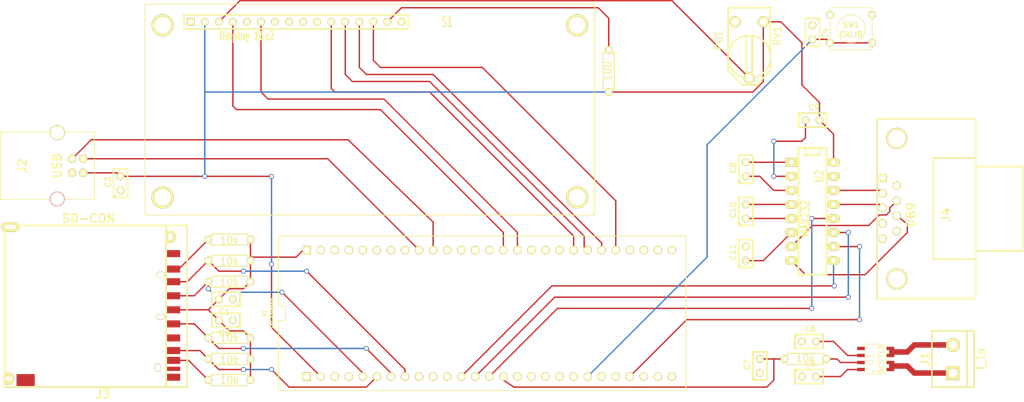
<source format=kicad_pcb>
(kicad_pcb (version 3) (host pcbnew "(2013-07-07 BZR 4022)-stable")

  (general
    (links 90)
    (no_connects 32)
    (area 122.745499 115.875999 308.381401 187.8584)
    (thickness 1.6)
    (drawings 0)
    (tracks 218)
    (zones 0)
    (modules 29)
    (nets 40)
  )

  (page A3)
  (layers
    (15 F.Cu signal)
    (0 B.Cu signal)
    (16 B.Adhes user)
    (17 F.Adhes user)
    (18 B.Paste user)
    (19 F.Paste user)
    (20 B.SilkS user)
    (21 F.SilkS user)
    (22 B.Mask user)
    (23 F.Mask user)
    (24 Dwgs.User user)
    (25 Cmts.User user)
    (26 Eco1.User user)
    (27 Eco2.User user)
    (28 Edge.Cuts user)
  )

  (setup
    (last_trace_width 0.254)
    (user_trace_width 0.5)
    (user_trace_width 1)
    (trace_clearance 0.254)
    (zone_clearance 0.508)
    (zone_45_only no)
    (trace_min 0.254)
    (segment_width 0.2)
    (edge_width 0.1)
    (via_size 0.889)
    (via_drill 0.635)
    (via_min_size 0.889)
    (via_min_drill 0.508)
    (uvia_size 0.508)
    (uvia_drill 0.127)
    (uvias_allowed no)
    (uvia_min_size 0.508)
    (uvia_min_drill 0.127)
    (pcb_text_width 0.3)
    (pcb_text_size 1.5 1.5)
    (mod_edge_width 0.15)
    (mod_text_size 1 1)
    (mod_text_width 0.15)
    (pad_size 1.524 1.524)
    (pad_drill 1.016)
    (pad_to_mask_clearance 0)
    (aux_axis_origin 0 0)
    (visible_elements 7FFFFFFF)
    (pcbplotparams
      (layerselection 3178497)
      (usegerberextensions true)
      (excludeedgelayer true)
      (linewidth 0.150000)
      (plotframeref false)
      (viasonmask false)
      (mode 1)
      (useauxorigin false)
      (hpglpennumber 1)
      (hpglpenspeed 20)
      (hpglpendiameter 15)
      (hpglpenoverlay 2)
      (psnegative false)
      (psa4output false)
      (plotreference true)
      (plotvalue true)
      (plotothertext true)
      (plotinvisibletext false)
      (padsonsilk false)
      (subtractmaskfromsilk false)
      (outputformat 1)
      (mirror false)
      (drillshape 1)
      (scaleselection 1)
      (outputdirectory ""))
  )

  (net 0 "")
  (net 1 +3.3V)
  (net 2 +5V)
  (net 3 /AIN0)
  (net 4 /CALIB)
  (net 5 /CTS1)
  (net 6 /LCD_D4)
  (net 7 /LCD_D5)
  (net 8 /LCD_D6)
  (net 9 /LCD_D7)
  (net 10 /LCD_E)
  (net 11 /LCD_RS)
  (net 12 /RTS1)
  (net 13 /RXD1)
  (net 14 /SD_CLK)
  (net 15 /SD_MISO)
  (net 16 /SD_MOSI)
  (net 17 /SD_SSEL)
  (net 18 /TXD1)
  (net 19 /USB_D+)
  (net 20 /USB_D-)
  (net 21 GND)
  (net 22 N-0000024)
  (net 23 N-0000025)
  (net 24 N-0000028)
  (net 25 N-0000034)
  (net 26 N-0000035)
  (net 27 N-0000036)
  (net 28 N-0000039)
  (net 29 N-0000044)
  (net 30 N-0000045)
  (net 31 N-0000046)
  (net 32 N-0000047)
  (net 33 N-0000048)
  (net 34 N-0000062)
  (net 35 N-0000065)
  (net 36 N-0000066)
  (net 37 N-0000067)
  (net 38 N-0000068)
  (net 39 N-0000080)

  (net_class Default "This is the default net class."
    (clearance 0.254)
    (trace_width 0.254)
    (via_dia 0.889)
    (via_drill 0.635)
    (uvia_dia 0.508)
    (uvia_drill 0.127)
    (add_net "")
    (add_net +3.3V)
    (add_net +5V)
    (add_net /AIN0)
    (add_net /CALIB)
    (add_net /CTS1)
    (add_net /LCD_D4)
    (add_net /LCD_D5)
    (add_net /LCD_D6)
    (add_net /LCD_D7)
    (add_net /LCD_E)
    (add_net /LCD_RS)
    (add_net /RTS1)
    (add_net /RXD1)
    (add_net /SD_CLK)
    (add_net /SD_MISO)
    (add_net /SD_MOSI)
    (add_net /SD_SSEL)
    (add_net /TXD1)
    (add_net /USB_D+)
    (add_net /USB_D-)
    (add_net GND)
    (add_net N-0000024)
    (add_net N-0000025)
    (add_net N-0000028)
    (add_net N-0000034)
    (add_net N-0000035)
    (add_net N-0000036)
    (add_net N-0000039)
    (add_net N-0000044)
    (add_net N-0000045)
    (add_net N-0000046)
    (add_net N-0000047)
    (add_net N-0000048)
    (add_net N-0000062)
    (add_net N-0000065)
    (add_net N-0000066)
    (add_net N-0000067)
    (add_net N-0000068)
    (add_net N-0000080)
  )

  (module USB_B (layer F.Cu) (tedit 48A935FA) (tstamp 54134C99)
    (at 133.35 145.415 270)
    (tags USB)
    (path /53FF4B09)
    (fp_text reference J2 (at 0 6.35 270) (layer F.SilkS)
      (effects (font (size 1.524 1.524) (thickness 0.3048)))
    )
    (fp_text value USB (at 0 0 270) (layer F.SilkS)
      (effects (font (size 1.524 1.524) (thickness 0.3048)))
    )
    (fp_line (start -6.096 10.287) (end 6.096 10.287) (layer F.SilkS) (width 0.127))
    (fp_line (start 6.096 10.287) (end 6.096 -6.731) (layer F.SilkS) (width 0.127))
    (fp_line (start 6.096 -6.731) (end -6.096 -6.731) (layer F.SilkS) (width 0.127))
    (fp_line (start -6.096 -6.731) (end -6.096 10.287) (layer F.SilkS) (width 0.127))
    (pad 1 thru_hole circle (at 1.27 -4.699 270) (size 1.524 1.524) (drill 0.8128)
      (layers *.Cu *.Mask F.SilkS)
      (net 2 +5V)
    )
    (pad 2 thru_hole circle (at -1.27 -4.699 270) (size 1.524 1.524) (drill 0.8128)
      (layers *.Cu *.Mask F.SilkS)
      (net 20 /USB_D-)
    )
    (pad 3 thru_hole circle (at -1.27 -2.70002 270) (size 1.524 1.524) (drill 0.8128)
      (layers *.Cu *.Mask F.SilkS)
      (net 19 /USB_D+)
    )
    (pad 4 thru_hole circle (at 1.27 -2.70002 270) (size 1.524 1.524) (drill 0.8128)
      (layers *.Cu *.Mask F.SilkS)
      (net 21 GND)
    )
    (pad 5 np_thru_hole circle (at 5.99948 0 270) (size 2.70002 2.70002) (drill 2.30124)
      (layers *.Cu *.SilkS *.Mask)
      (net 21 GND)
    )
    (pad 6 thru_hole circle (at -5.99948 0 270) (size 2.70002 2.70002) (drill 2.30124)
      (layers *.Cu *.Mask F.SilkS)
      (net 21 GND)
    )
    (model connectors/USB_type_B.wrl
      (at (xyz 0 0 0.001))
      (scale (xyz 0.3937 0.3937 0.3937))
      (rotate (xyz 0 0 0))
    )
  )

  (module SW_PUSH_SMALL (layer F.Cu) (tedit 46544DB3) (tstamp 5413559E)
    (at 276.86 120.65)
    (path /53FF5211)
    (fp_text reference SW1 (at 0 -0.762) (layer F.SilkS)
      (effects (font (size 1.016 1.016) (thickness 0.2032)))
    )
    (fp_text value CALIB (at 0 1.016) (layer F.SilkS)
      (effects (font (size 1.016 1.016) (thickness 0.2032)))
    )
    (fp_circle (center 0 0) (end 0 -2.54) (layer F.SilkS) (width 0.127))
    (fp_line (start -3.81 -3.81) (end 3.81 -3.81) (layer F.SilkS) (width 0.127))
    (fp_line (start 3.81 -3.81) (end 3.81 3.81) (layer F.SilkS) (width 0.127))
    (fp_line (start 3.81 3.81) (end -3.81 3.81) (layer F.SilkS) (width 0.127))
    (fp_line (start -3.81 -3.81) (end -3.81 3.81) (layer F.SilkS) (width 0.127))
    (pad 1 thru_hole circle (at 3.81 -2.54) (size 1.397 1.397) (drill 0.8128)
      (layers *.Cu *.Mask F.SilkS)
      (net 21 GND)
    )
    (pad 2 thru_hole circle (at 3.81 2.54) (size 1.397 1.397) (drill 0.8128)
      (layers *.Cu *.Mask F.SilkS)
      (net 4 /CALIB)
    )
    (pad 1 thru_hole circle (at -3.81 -2.54) (size 1.397 1.397) (drill 0.8128)
      (layers *.Cu *.Mask F.SilkS)
      (net 21 GND)
    )
    (pad 2 thru_hole circle (at -3.81 2.54) (size 1.397 1.397) (drill 0.8128)
      (layers *.Cu *.Mask F.SilkS)
      (net 4 /CALIB)
    )
  )

  (module SO8E (layer F.Cu) (tedit 4F33A5C7) (tstamp 5413592F)
    (at 281.305 180.34 90)
    (descr "module CMS SOJ 8 pins etroit")
    (tags "CMS SOJ")
    (path /53FDCC8B)
    (attr smd)
    (fp_text reference U1 (at 0 -0.889 90) (layer F.SilkS)
      (effects (font (size 1.143 1.143) (thickness 0.1524)))
    )
    (fp_text value ACS713 (at 0 1.016 90) (layer F.SilkS)
      (effects (font (size 0.889 0.889) (thickness 0.1524)))
    )
    (fp_line (start -2.667 1.778) (end -2.667 1.905) (layer F.SilkS) (width 0.127))
    (fp_line (start -2.667 1.905) (end 2.667 1.905) (layer F.SilkS) (width 0.127))
    (fp_line (start 2.667 -1.905) (end -2.667 -1.905) (layer F.SilkS) (width 0.127))
    (fp_line (start -2.667 -1.905) (end -2.667 1.778) (layer F.SilkS) (width 0.127))
    (fp_line (start -2.667 -0.508) (end -2.159 -0.508) (layer F.SilkS) (width 0.127))
    (fp_line (start -2.159 -0.508) (end -2.159 0.508) (layer F.SilkS) (width 0.127))
    (fp_line (start -2.159 0.508) (end -2.667 0.508) (layer F.SilkS) (width 0.127))
    (fp_line (start 2.667 -1.905) (end 2.667 1.905) (layer F.SilkS) (width 0.127))
    (pad 8 smd rect (at -1.905 -2.667 90) (size 0.59944 1.39954)
      (layers F.Cu F.Paste F.Mask)
      (net 2 +5V)
    )
    (pad 1 smd rect (at -1.905 2.667 90) (size 0.59944 1.39954)
      (layers F.Cu F.Paste F.Mask)
      (net 38 N-0000068)
    )
    (pad 7 smd rect (at -0.635 -2.667 90) (size 0.59944 1.39954)
      (layers F.Cu F.Paste F.Mask)
      (net 35 N-0000065)
    )
    (pad 6 smd rect (at 0.635 -2.667 90) (size 0.59944 1.39954)
      (layers F.Cu F.Paste F.Mask)
      (net 36 N-0000066)
    )
    (pad 5 smd rect (at 1.905 -2.667 90) (size 0.59944 1.39954)
      (layers F.Cu F.Paste F.Mask)
      (net 21 GND)
    )
    (pad 2 smd rect (at -0.635 2.667 90) (size 0.59944 1.39954)
      (layers F.Cu F.Paste F.Mask)
      (net 38 N-0000068)
    )
    (pad 3 smd rect (at 0.635 2.667 90) (size 0.59944 1.39954)
      (layers F.Cu F.Paste F.Mask)
      (net 37 N-0000067)
    )
    (pad 4 smd rect (at 1.905 2.667 90) (size 0.59944 1.39954)
      (layers F.Cu F.Paste F.Mask)
      (net 37 N-0000067)
    )
    (model smd/cms_so8.wrl
      (at (xyz 0 0 0))
      (scale (xyz 0.5 0.32 0.5))
      (rotate (xyz 0 0 0))
    )
  )

  (module SDCARD-REVERSE (layer F.Cu) (tedit 4C63FCA8) (tstamp 54134CD7)
    (at 154.305 166.37 180)
    (path /53FF542D)
    (fp_text reference J3 (at 12.7 -20.32 180) (layer F.SilkS)
      (effects (font (size 1.524 1.524) (thickness 0.3048)))
    )
    (fp_text value SD-CON (at 15.24 11.43 180) (layer F.SilkS)
      (effects (font (size 1.524 1.524) (thickness 0.3048)))
    )
    (fp_line (start 1.27 -19.05) (end -2.54 -19.05) (layer F.SilkS) (width 0.3175))
    (fp_line (start -2.54 -19.05) (end -2.54 10.16) (layer F.SilkS) (width 0.3175))
    (fp_line (start -2.54 10.16) (end 1.27 10.16) (layer F.SilkS) (width 0.3175))
    (fp_line (start 30.48 -19.05) (end 1.27 -19.05) (layer F.SilkS) (width 0.3175))
    (fp_line (start 1.27 -19.05) (end 1.27 10.16) (layer F.SilkS) (width 0.3175))
    (fp_line (start 30.48 10.16) (end 1.27 10.16) (layer F.SilkS) (width 0.3175))
    (fp_line (start 30.48 -19.05) (end 30.48 10.16) (layer F.SilkS) (width 0.3175))
    (pad 9 smd rect (at 0 5.08 180) (size 2.54 1.27)
      (layers F.Cu F.Paste F.Mask)
      (net 21 GND)
    )
    (pad 1 smd rect (at 0 2.286 180) (size 2.54 1.27)
      (layers F.Cu F.Paste F.Mask)
      (net 23 N-0000025)
    )
    (pad 2 smd rect (at 0 0 180) (size 2.54 1.27)
      (layers F.Cu F.Paste F.Mask)
      (net 17 /SD_SSEL)
    )
    (pad 3 smd rect (at 0 -2.54 180) (size 2.54 1.27)
      (layers F.Cu F.Paste F.Mask)
      (net 16 /SD_MOSI)
    )
    (pad 4 smd rect (at 0 -5.08 180) (size 2.54 1.27)
      (layers F.Cu F.Paste F.Mask)
      (net 1 +3.3V)
    )
    (pad 5 smd rect (at 0 -7.62 180) (size 2.54 1.27)
      (layers F.Cu F.Paste F.Mask)
      (net 14 /SD_CLK)
    )
    (pad 6 smd rect (at 0 -10.16 180) (size 2.54 1.27)
      (layers F.Cu F.Paste F.Mask)
      (net 21 GND)
    )
    (pad 10 smd rect (at 0 -15.748 180) (size 2.54 0.762)
      (layers F.Cu F.Paste F.Mask)
      (net 21 GND)
    )
    (pad 8 smd rect (at 0 -14.224 180) (size 2.54 1.27)
      (layers F.Cu F.Paste F.Mask)
      (net 22 N-0000024)
    )
    (pad 11 smd rect (at 0 -17.272 180) (size 2.54 1.27)
      (layers F.Cu F.Paste F.Mask)
      (net 21 GND)
    )
    (pad 13 thru_hole oval (at 2.794 -15.494 180) (size 1.016 1.524) (drill oval 0.762 1.27)
      (layers *.Cu *.Mask F.SilkS)
    )
    (pad 15 thru_hole oval (at 2.286 1.27 180) (size 1.524 1.016) (drill oval 1.27 0.762)
      (layers *.Cu *.Mask F.SilkS)
    )
    (pad 16 thru_hole oval (at 0.508 8.128 180) (size 1.778 2.286) (drill oval 0.762 1.27)
      (layers *.Cu *.Mask F.SilkS)
    )
    (pad 14 thru_hole oval (at 2.286 -6.35 180) (size 1.524 1.016) (drill oval 1.27 0.762)
      (layers *.Cu *.Mask F.SilkS)
    )
    (pad 18 thru_hole oval (at 29.718 -17.526 180) (size 1.778 2.286) (drill oval 1.27 0.762)
      (layers *.Cu *.Mask F.SilkS)
    )
    (pad 17 thru_hole oval (at 29.464 9.906 180) (size 3.302 1.778) (drill oval 2.032 0.762)
      (layers *.Cu *.Mask F.SilkS)
    )
    (pad 7 smd rect (at 0 -12.446 180) (size 2.54 1.27)
      (layers F.Cu F.Paste F.Mask)
      (net 15 /SD_MISO)
    )
    (pad 12 smd rect (at 26.67 -17.78 180) (size 3.302 2.159)
      (layers F.Cu F.Paste F.Mask)
      (net 21 GND)
    )
  )

  (module RV2X4 (layer F.Cu) (tedit 200000) (tstamp 54134CE9)
    (at 258.445 124.46 270)
    (descr "Resistance variable / Potentiometre")
    (tags R)
    (path /54134A6D)
    (fp_text reference RV1 (at -2.54 -5.08 270) (layer F.SilkS)
      (effects (font (size 1.397 1.27) (thickness 0.2032)))
    )
    (fp_text value POT (at -1.651 5.461 270) (layer F.SilkS)
      (effects (font (size 1.397 1.27) (thickness 0.2032)))
    )
    (fp_line (start -7.62 -3.81) (end 3.81 -3.81) (layer F.SilkS) (width 0.3048))
    (fp_line (start 3.81 -3.81) (end 6.35 -1.27) (layer F.SilkS) (width 0.3048))
    (fp_line (start 6.35 -1.27) (end 6.35 1.27) (layer F.SilkS) (width 0.3048))
    (fp_line (start 6.35 1.27) (end 3.81 3.81) (layer F.SilkS) (width 0.3048))
    (fp_line (start 3.81 3.81) (end -7.62 3.81) (layer F.SilkS) (width 0.3048))
    (fp_line (start -7.62 3.81) (end -7.62 -3.81) (layer F.SilkS) (width 0.3048))
    (fp_line (start 0.762 -3.81) (end 1.905 -3.81) (layer F.SilkS) (width 0.3048))
    (fp_line (start 1.651 3.81) (end 0.762 3.81) (layer F.SilkS) (width 0.3048))
    (fp_line (start -2.54 -0.508) (end 4.953 -0.508) (layer F.SilkS) (width 0.3048))
    (fp_line (start -2.54 0.508) (end 4.953 0.508) (layer F.SilkS) (width 0.3048))
    (fp_circle (center 1.27 0) (end -2.54 -0.635) (layer F.SilkS) (width 0.3048))
    (pad 1 thru_hole circle (at -5.08 -2.54 270) (size 2.032 2.032) (drill 1.27)
      (layers *.Cu *.Mask F.SilkS)
      (net 2 +5V)
    )
    (pad 2 thru_hole circle (at 5.08 0 270) (size 2.032 2.032) (drill 1.27)
      (layers *.Cu *.Mask F.SilkS)
      (net 28 N-0000039)
    )
    (pad 3 thru_hole circle (at -5.08 2.54 270) (size 2.032 2.032) (drill 1.27)
      (layers *.Cu *.Mask F.SilkS)
      (net 21 GND)
    )
    (model discret/adjustable_rx2v4.wrl
      (at (xyz 0 0 0))
      (scale (xyz 1 1 1))
      (rotate (xyz 0 0 0))
    )
  )

  (module R3 (layer F.Cu) (tedit 4E4C0E65) (tstamp 54134CF7)
    (at 164.465 158.75)
    (descr "Resitance 3 pas")
    (tags R)
    (path /53FF5578)
    (autoplace_cost180 10)
    (fp_text reference R6 (at 0 0.127) (layer F.SilkS) hide
      (effects (font (size 1.397 1.27) (thickness 0.2032)))
    )
    (fp_text value 10k (at 0 0.127) (layer F.SilkS)
      (effects (font (size 1.397 1.27) (thickness 0.2032)))
    )
    (fp_line (start -3.81 0) (end -3.302 0) (layer F.SilkS) (width 0.2032))
    (fp_line (start 3.81 0) (end 3.302 0) (layer F.SilkS) (width 0.2032))
    (fp_line (start 3.302 0) (end 3.302 -1.016) (layer F.SilkS) (width 0.2032))
    (fp_line (start 3.302 -1.016) (end -3.302 -1.016) (layer F.SilkS) (width 0.2032))
    (fp_line (start -3.302 -1.016) (end -3.302 1.016) (layer F.SilkS) (width 0.2032))
    (fp_line (start -3.302 1.016) (end 3.302 1.016) (layer F.SilkS) (width 0.2032))
    (fp_line (start 3.302 1.016) (end 3.302 0) (layer F.SilkS) (width 0.2032))
    (fp_line (start -3.302 -0.508) (end -2.794 -1.016) (layer F.SilkS) (width 0.2032))
    (pad 1 thru_hole circle (at -3.81 0) (size 1.397 1.397) (drill 0.8128)
      (layers *.Cu *.Mask F.SilkS)
      (net 23 N-0000025)
    )
    (pad 2 thru_hole circle (at 3.81 0) (size 1.397 1.397) (drill 0.8128)
      (layers *.Cu *.Mask F.SilkS)
      (net 1 +3.3V)
    )
    (model discret/resistor.wrl
      (at (xyz 0 0 0))
      (scale (xyz 0.3 0.3 0.3))
      (rotate (xyz 0 0 0))
    )
  )

  (module R3 (layer F.Cu) (tedit 4E4C0E65) (tstamp 54134D05)
    (at 164.465 180.34)
    (descr "Resitance 3 pas")
    (tags R)
    (path /53FF55AA)
    (autoplace_cost180 10)
    (fp_text reference R1 (at 0 0.127) (layer F.SilkS) hide
      (effects (font (size 1.397 1.27) (thickness 0.2032)))
    )
    (fp_text value 10k (at 0 0.127) (layer F.SilkS)
      (effects (font (size 1.397 1.27) (thickness 0.2032)))
    )
    (fp_line (start -3.81 0) (end -3.302 0) (layer F.SilkS) (width 0.2032))
    (fp_line (start 3.81 0) (end 3.302 0) (layer F.SilkS) (width 0.2032))
    (fp_line (start 3.302 0) (end 3.302 -1.016) (layer F.SilkS) (width 0.2032))
    (fp_line (start 3.302 -1.016) (end -3.302 -1.016) (layer F.SilkS) (width 0.2032))
    (fp_line (start -3.302 -1.016) (end -3.302 1.016) (layer F.SilkS) (width 0.2032))
    (fp_line (start -3.302 1.016) (end 3.302 1.016) (layer F.SilkS) (width 0.2032))
    (fp_line (start 3.302 1.016) (end 3.302 0) (layer F.SilkS) (width 0.2032))
    (fp_line (start -3.302 -0.508) (end -2.794 -1.016) (layer F.SilkS) (width 0.2032))
    (pad 1 thru_hole circle (at -3.81 0) (size 1.397 1.397) (drill 0.8128)
      (layers *.Cu *.Mask F.SilkS)
      (net 15 /SD_MISO)
    )
    (pad 2 thru_hole circle (at 3.81 0) (size 1.397 1.397) (drill 0.8128)
      (layers *.Cu *.Mask F.SilkS)
      (net 1 +3.3V)
    )
    (model discret/resistor.wrl
      (at (xyz 0 0 0))
      (scale (xyz 0.3 0.3 0.3))
      (rotate (xyz 0 0 0))
    )
  )

  (module R3 (layer F.Cu) (tedit 54135AE9) (tstamp 54134D13)
    (at 164.465 176.53)
    (descr "Resitance 3 pas")
    (tags R)
    (path /53FF55A4)
    (autoplace_cost180 10)
    (fp_text reference R2 (at 0 0.127) (layer F.SilkS) hide
      (effects (font (size 1.397 1.27) (thickness 0.2032)))
    )
    (fp_text value 10k (at 0 0) (layer F.SilkS)
      (effects (font (size 1.397 1.27) (thickness 0.2032)))
    )
    (fp_line (start -3.81 0) (end -3.302 0) (layer F.SilkS) (width 0.2032))
    (fp_line (start 3.81 0) (end 3.302 0) (layer F.SilkS) (width 0.2032))
    (fp_line (start 3.302 0) (end 3.302 -1.016) (layer F.SilkS) (width 0.2032))
    (fp_line (start 3.302 -1.016) (end -3.302 -1.016) (layer F.SilkS) (width 0.2032))
    (fp_line (start -3.302 -1.016) (end -3.302 1.016) (layer F.SilkS) (width 0.2032))
    (fp_line (start -3.302 1.016) (end 3.302 1.016) (layer F.SilkS) (width 0.2032))
    (fp_line (start 3.302 1.016) (end 3.302 0) (layer F.SilkS) (width 0.2032))
    (fp_line (start -3.302 -0.508) (end -2.794 -1.016) (layer F.SilkS) (width 0.2032))
    (pad 1 thru_hole circle (at -3.81 0) (size 1.397 1.397) (drill 0.8128)
      (layers *.Cu *.Mask F.SilkS)
      (net 14 /SD_CLK)
    )
    (pad 2 thru_hole circle (at 3.81 0) (size 1.397 1.397) (drill 0.8128)
      (layers *.Cu *.Mask F.SilkS)
      (net 1 +3.3V)
    )
    (model discret/resistor.wrl
      (at (xyz 0 0 0))
      (scale (xyz 0.3 0.3 0.3))
      (rotate (xyz 0 0 0))
    )
  )

  (module R3 (layer F.Cu) (tedit 4E4C0E65) (tstamp 54134D21)
    (at 164.465 166.37)
    (descr "Resitance 3 pas")
    (tags R)
    (path /53FF559E)
    (autoplace_cost180 10)
    (fp_text reference R3 (at 0 0.127) (layer F.SilkS) hide
      (effects (font (size 1.397 1.27) (thickness 0.2032)))
    )
    (fp_text value 10k (at 0 0.127) (layer F.SilkS)
      (effects (font (size 1.397 1.27) (thickness 0.2032)))
    )
    (fp_line (start -3.81 0) (end -3.302 0) (layer F.SilkS) (width 0.2032))
    (fp_line (start 3.81 0) (end 3.302 0) (layer F.SilkS) (width 0.2032))
    (fp_line (start 3.302 0) (end 3.302 -1.016) (layer F.SilkS) (width 0.2032))
    (fp_line (start 3.302 -1.016) (end -3.302 -1.016) (layer F.SilkS) (width 0.2032))
    (fp_line (start -3.302 -1.016) (end -3.302 1.016) (layer F.SilkS) (width 0.2032))
    (fp_line (start -3.302 1.016) (end 3.302 1.016) (layer F.SilkS) (width 0.2032))
    (fp_line (start 3.302 1.016) (end 3.302 0) (layer F.SilkS) (width 0.2032))
    (fp_line (start -3.302 -0.508) (end -2.794 -1.016) (layer F.SilkS) (width 0.2032))
    (pad 1 thru_hole circle (at -3.81 0) (size 1.397 1.397) (drill 0.8128)
      (layers *.Cu *.Mask F.SilkS)
      (net 16 /SD_MOSI)
    )
    (pad 2 thru_hole circle (at 3.81 0) (size 1.397 1.397) (drill 0.8128)
      (layers *.Cu *.Mask F.SilkS)
      (net 1 +3.3V)
    )
    (model discret/resistor.wrl
      (at (xyz 0 0 0))
      (scale (xyz 0.3 0.3 0.3))
      (rotate (xyz 0 0 0))
    )
  )

  (module R3 (layer F.Cu) (tedit 4E4C0E65) (tstamp 54134D2F)
    (at 164.465 162.56)
    (descr "Resitance 3 pas")
    (tags R)
    (path /53FF5598)
    (autoplace_cost180 10)
    (fp_text reference R4 (at 0 0.127) (layer F.SilkS) hide
      (effects (font (size 1.397 1.27) (thickness 0.2032)))
    )
    (fp_text value 10k (at 0 0.127) (layer F.SilkS)
      (effects (font (size 1.397 1.27) (thickness 0.2032)))
    )
    (fp_line (start -3.81 0) (end -3.302 0) (layer F.SilkS) (width 0.2032))
    (fp_line (start 3.81 0) (end 3.302 0) (layer F.SilkS) (width 0.2032))
    (fp_line (start 3.302 0) (end 3.302 -1.016) (layer F.SilkS) (width 0.2032))
    (fp_line (start 3.302 -1.016) (end -3.302 -1.016) (layer F.SilkS) (width 0.2032))
    (fp_line (start -3.302 -1.016) (end -3.302 1.016) (layer F.SilkS) (width 0.2032))
    (fp_line (start -3.302 1.016) (end 3.302 1.016) (layer F.SilkS) (width 0.2032))
    (fp_line (start 3.302 1.016) (end 3.302 0) (layer F.SilkS) (width 0.2032))
    (fp_line (start -3.302 -0.508) (end -2.794 -1.016) (layer F.SilkS) (width 0.2032))
    (pad 1 thru_hole circle (at -3.81 0) (size 1.397 1.397) (drill 0.8128)
      (layers *.Cu *.Mask F.SilkS)
      (net 17 /SD_SSEL)
    )
    (pad 2 thru_hole circle (at 3.81 0) (size 1.397 1.397) (drill 0.8128)
      (layers *.Cu *.Mask F.SilkS)
      (net 1 +3.3V)
    )
    (model discret/resistor.wrl
      (at (xyz 0 0 0))
      (scale (xyz 0.3 0.3 0.3))
      (rotate (xyz 0 0 0))
    )
  )

  (module R3 (layer F.Cu) (tedit 54135A81) (tstamp 54134D3D)
    (at 164.465 184.15)
    (descr "Resitance 3 pas")
    (tags R)
    (path /53FF5592)
    (autoplace_cost180 10)
    (fp_text reference R5 (at 0 0.127) (layer F.SilkS) hide
      (effects (font (size 1.397 1.27) (thickness 0.2032)))
    )
    (fp_text value 10k (at 0 0) (layer F.SilkS)
      (effects (font (size 1.397 1.27) (thickness 0.2032)))
    )
    (fp_line (start -3.81 0) (end -3.302 0) (layer F.SilkS) (width 0.2032))
    (fp_line (start 3.81 0) (end 3.302 0) (layer F.SilkS) (width 0.2032))
    (fp_line (start 3.302 0) (end 3.302 -1.016) (layer F.SilkS) (width 0.2032))
    (fp_line (start 3.302 -1.016) (end -3.302 -1.016) (layer F.SilkS) (width 0.2032))
    (fp_line (start -3.302 -1.016) (end -3.302 1.016) (layer F.SilkS) (width 0.2032))
    (fp_line (start -3.302 1.016) (end 3.302 1.016) (layer F.SilkS) (width 0.2032))
    (fp_line (start 3.302 1.016) (end 3.302 0) (layer F.SilkS) (width 0.2032))
    (fp_line (start -3.302 -0.508) (end -2.794 -1.016) (layer F.SilkS) (width 0.2032))
    (pad 1 thru_hole circle (at -3.81 0) (size 1.397 1.397) (drill 0.8128)
      (layers *.Cu *.Mask F.SilkS)
      (net 22 N-0000024)
    )
    (pad 2 thru_hole circle (at 3.81 0) (size 1.397 1.397) (drill 0.8128)
      (layers *.Cu *.Mask F.SilkS)
      (net 1 +3.3V)
    )
    (model discret/resistor.wrl
      (at (xyz 0 0 0))
      (scale (xyz 0.3 0.3 0.3))
      (rotate (xyz 0 0 0))
    )
  )

  (module R3 (layer F.Cu) (tedit 4E4C0E65) (tstamp 541356A4)
    (at 233.045 128.27 270)
    (descr "Resitance 3 pas")
    (tags R)
    (path /53FF4D2A)
    (autoplace_cost180 10)
    (fp_text reference R8 (at 0 0.127 270) (layer F.SilkS) hide
      (effects (font (size 1.397 1.27) (thickness 0.2032)))
    )
    (fp_text value 100 (at 0 0.127 270) (layer F.SilkS)
      (effects (font (size 1.397 1.27) (thickness 0.2032)))
    )
    (fp_line (start -3.81 0) (end -3.302 0) (layer F.SilkS) (width 0.2032))
    (fp_line (start 3.81 0) (end 3.302 0) (layer F.SilkS) (width 0.2032))
    (fp_line (start 3.302 0) (end 3.302 -1.016) (layer F.SilkS) (width 0.2032))
    (fp_line (start 3.302 -1.016) (end -3.302 -1.016) (layer F.SilkS) (width 0.2032))
    (fp_line (start -3.302 -1.016) (end -3.302 1.016) (layer F.SilkS) (width 0.2032))
    (fp_line (start -3.302 1.016) (end 3.302 1.016) (layer F.SilkS) (width 0.2032))
    (fp_line (start 3.302 1.016) (end 3.302 0) (layer F.SilkS) (width 0.2032))
    (fp_line (start -3.302 -0.508) (end -2.794 -1.016) (layer F.SilkS) (width 0.2032))
    (pad 1 thru_hole circle (at -3.81 0 270) (size 1.397 1.397) (drill 0.8128)
      (layers *.Cu *.Mask F.SilkS)
      (net 39 N-0000080)
    )
    (pad 2 thru_hole circle (at 3.81 0 270) (size 1.397 1.397) (drill 0.8128)
      (layers *.Cu *.Mask F.SilkS)
      (net 2 +5V)
    )
    (model discret/resistor.wrl
      (at (xyz 0 0 0))
      (scale (xyz 0.3 0.3 0.3))
      (rotate (xyz 0 0 0))
    )
  )

  (module R3 (layer F.Cu) (tedit 4E4C0E65) (tstamp 541359B8)
    (at 268.605 180.34 180)
    (descr "Resitance 3 pas")
    (tags R)
    (path /53FF4A7E)
    (autoplace_cost180 10)
    (fp_text reference R7 (at 0 0.127 180) (layer F.SilkS) hide
      (effects (font (size 1.397 1.27) (thickness 0.2032)))
    )
    (fp_text value 10k (at 0 0.127 180) (layer F.SilkS)
      (effects (font (size 1.397 1.27) (thickness 0.2032)))
    )
    (fp_line (start -3.81 0) (end -3.302 0) (layer F.SilkS) (width 0.2032))
    (fp_line (start 3.81 0) (end 3.302 0) (layer F.SilkS) (width 0.2032))
    (fp_line (start 3.302 0) (end 3.302 -1.016) (layer F.SilkS) (width 0.2032))
    (fp_line (start 3.302 -1.016) (end -3.302 -1.016) (layer F.SilkS) (width 0.2032))
    (fp_line (start -3.302 -1.016) (end -3.302 1.016) (layer F.SilkS) (width 0.2032))
    (fp_line (start -3.302 1.016) (end 3.302 1.016) (layer F.SilkS) (width 0.2032))
    (fp_line (start 3.302 1.016) (end 3.302 0) (layer F.SilkS) (width 0.2032))
    (fp_line (start -3.302 -0.508) (end -2.794 -1.016) (layer F.SilkS) (width 0.2032))
    (pad 1 thru_hole circle (at -3.81 0 180) (size 1.397 1.397) (drill 0.8128)
      (layers *.Cu *.Mask F.SilkS)
      (net 35 N-0000065)
    )
    (pad 2 thru_hole circle (at 3.81 0 180) (size 1.397 1.397) (drill 0.8128)
      (layers *.Cu *.Mask F.SilkS)
      (net 3 /AIN0)
    )
    (model discret/resistor.wrl
      (at (xyz 0 0 0))
      (scale (xyz 0.3 0.3 0.3))
      (rotate (xyz 0 0 0))
    )
  )

  (module LPCXpresso (layer F.Cu) (tedit 54064EBD) (tstamp 5425C024)
    (at 211.455 172.085)
    (descr "LPCXpresso connector, 2x27 pins")
    (tags LPCXpresso)
    (path /53FF4960)
    (fp_text reference P1 (at -40.64 0 90) (layer F.SilkS)
      (effects (font (size 0.63246 0.63246) (thickness 0.15748)))
    )
    (fp_text value LPCXpresso (at -39.37 0 90) (layer F.SilkS)
      (effects (font (size 0.63246 0.63246) (thickness 0.15748)))
    )
    (fp_line (start -35.56 13.97) (end 35.56 13.97) (layer F.SilkS) (width 0.15))
    (fp_line (start 35.56 13.97) (end 35.56 -13.97) (layer F.SilkS) (width 0.15))
    (fp_line (start 35.56 -13.97) (end -38.1 -13.97) (layer F.SilkS) (width 0.15))
    (fp_line (start -38.1 -13.97) (end -38.1 -1.27) (layer F.SilkS) (width 0.15))
    (fp_line (start -38.1 -1.27) (end -36.83 -1.27) (layer F.SilkS) (width 0.15))
    (fp_line (start -36.83 -1.27) (end -36.83 1.27) (layer F.SilkS) (width 0.15))
    (fp_line (start -36.83 1.27) (end -38.1 1.27) (layer F.SilkS) (width 0.15))
    (fp_line (start -38.1 1.27) (end -38.1 13.97) (layer F.SilkS) (width 0.15))
    (fp_line (start -38.1 13.97) (end -35.56 13.97) (layer F.SilkS) (width 0.15))
    (pad 36 thru_hole circle (at -12.7 -11.43) (size 1.524 1.524) (drill 1.016)
      (layers *.Cu *.Mask F.SilkS)
      (net 20 /USB_D-)
    )
    (pad 34 thru_hole circle (at -17.78 -11.43) (size 1.524 1.524) (drill 1.016)
      (layers *.Cu *.Mask F.SilkS)
    )
    (pad 32 thru_hole circle (at -22.86 -11.43) (size 1.524 1.524) (drill 1.016)
      (layers *.Cu *.Mask F.SilkS)
    )
    (pad 30 thru_hole circle (at -27.94 -11.43) (size 1.524 1.524) (drill 1.016)
      (layers *.Cu *.Mask F.SilkS)
    )
    (pad 53 thru_hole circle (at 30.48 -11.43) (size 1.524 1.524) (drill 1.016)
      (layers *.Cu *.Mask F.SilkS)
    )
    (pad 51 thru_hole circle (at 25.4 -11.43) (size 1.524 1.524) (drill 1.016)
      (layers *.Cu *.Mask F.SilkS)
    )
    (pad 49 thru_hole circle (at 20.32 -11.43) (size 1.524 1.524) (drill 1.016)
      (layers *.Cu *.Mask F.SilkS)
      (net 8 /LCD_D6)
    )
    (pad 47 thru_hole circle (at 15.24 -11.43) (size 1.524 1.524) (drill 1.016)
      (layers *.Cu *.Mask F.SilkS)
      (net 6 /LCD_D4)
    )
    (pad 54 thru_hole circle (at 33.02 -11.43) (size 1.524 1.524) (drill 1.016)
      (layers *.Cu *.Mask F.SilkS)
      (net 21 GND)
    )
    (pad 45 thru_hole circle (at 10.16 -11.43) (size 1.524 1.524) (drill 1.016)
      (layers *.Cu *.Mask F.SilkS)
    )
    (pad 52 thru_hole circle (at 27.94 -11.43) (size 1.524 1.524) (drill 1.016)
      (layers *.Cu *.Mask F.SilkS)
    )
    (pad 43 thru_hole circle (at 5.08 -11.43) (size 1.524 1.524) (drill 1.016)
      (layers *.Cu *.Mask F.SilkS)
      (net 10 /LCD_E)
    )
    (pad 50 thru_hole circle (at 22.86 -11.43) (size 1.524 1.524) (drill 1.016)
      (layers *.Cu *.Mask F.SilkS)
      (net 9 /LCD_D7)
    )
    (pad 41 thru_hole circle (at 0 -11.43) (size 1.524 1.524) (drill 1.016)
      (layers *.Cu *.Mask F.SilkS)
    )
    (pad 48 thru_hole circle (at 17.78 -11.43) (size 1.524 1.524) (drill 1.016)
      (layers *.Cu *.Mask F.SilkS)
      (net 7 /LCD_D5)
    )
    (pad 39 thru_hole circle (at -5.08 -11.43) (size 1.524 1.524) (drill 1.016)
      (layers *.Cu *.Mask F.SilkS)
    )
    (pad 46 thru_hole circle (at 12.7 -11.43) (size 1.524 1.524) (drill 1.016)
      (layers *.Cu *.Mask F.SilkS)
    )
    (pad 37 thru_hole circle (at -10.16 -11.43) (size 1.524 1.524) (drill 1.016)
      (layers *.Cu *.Mask F.SilkS)
      (net 19 /USB_D+)
    )
    (pad 44 thru_hole circle (at 7.62 -11.43) (size 1.524 1.524) (drill 1.016)
      (layers *.Cu *.Mask F.SilkS)
    )
    (pad 35 thru_hole circle (at -15.24 -11.43) (size 1.524 1.524) (drill 1.016)
      (layers *.Cu *.Mask F.SilkS)
    )
    (pad 42 thru_hole circle (at 2.54 -11.43) (size 1.524 1.524) (drill 1.016)
      (layers *.Cu *.Mask F.SilkS)
      (net 11 /LCD_RS)
    )
    (pad 33 thru_hole circle (at -20.32 -11.43) (size 1.524 1.524) (drill 1.016)
      (layers *.Cu *.Mask F.SilkS)
    )
    (pad 40 thru_hole circle (at -2.54 -11.43) (size 1.524 1.524) (drill 1.016)
      (layers *.Cu *.Mask F.SilkS)
    )
    (pad 31 thru_hole circle (at -25.4 -11.43) (size 1.524 1.524) (drill 1.016)
      (layers *.Cu *.Mask F.SilkS)
    )
    (pad 38 thru_hole circle (at -7.62 -11.43) (size 1.524 1.524) (drill 1.016)
      (layers *.Cu *.Mask F.SilkS)
    )
    (pad 29 thru_hole circle (at -30.48 -11.43) (size 1.524 1.524) (drill 1.016)
      (layers *.Cu *.Mask F.SilkS)
    )
    (pad 28 thru_hole rect (at -33.02 -11.43) (size 1.524 1.524) (drill 1.016)
      (layers *.Cu *.Mask F.SilkS)
      (net 1 +3.3V)
    )
    (pad 1 thru_hole rect (at -33.02 11.43) (size 1.524 1.524) (drill 1.016)
      (layers *.Cu *.Mask F.SilkS)
      (net 21 GND)
    )
    (pad 2 thru_hole circle (at -30.48 11.43) (size 1.524 1.524) (drill 1.016)
      (layers *.Cu *.Mask F.SilkS)
      (net 2 +5V)
    )
    (pad 11 thru_hole circle (at -7.62 11.43) (size 1.524 1.524) (drill 1.016)
      (layers *.Cu *.Mask F.SilkS)
    )
    (pad 4 thru_hole circle (at -25.4 11.43) (size 1.524 1.524) (drill 1.016)
      (layers *.Cu *.Mask F.SilkS)
    )
    (pad 13 thru_hole circle (at -2.54 11.43) (size 1.524 1.524) (drill 1.016)
      (layers *.Cu *.Mask F.SilkS)
      (net 18 /TXD1)
    )
    (pad 6 thru_hole circle (at -20.32 11.43) (size 1.524 1.524) (drill 1.016)
      (layers *.Cu *.Mask F.SilkS)
      (net 15 /SD_MISO)
    )
    (pad 15 thru_hole circle (at 2.54 11.43) (size 1.524 1.524) (drill 1.016)
      (layers *.Cu *.Mask F.SilkS)
      (net 3 /AIN0)
    )
    (pad 8 thru_hole circle (at -15.24 11.43) (size 1.524 1.524) (drill 1.016)
      (layers *.Cu *.Mask F.SilkS)
      (net 17 /SD_SSEL)
    )
    (pad 17 thru_hole circle (at 7.62 11.43) (size 1.524 1.524) (drill 1.016)
      (layers *.Cu *.Mask F.SilkS)
    )
    (pad 10 thru_hole circle (at -10.16 11.43) (size 1.524 1.524) (drill 1.016)
      (layers *.Cu *.Mask F.SilkS)
    )
    (pad 19 thru_hole circle (at 12.7 11.43) (size 1.524 1.524) (drill 1.016)
      (layers *.Cu *.Mask F.SilkS)
    )
    (pad 12 thru_hole circle (at -5.08 11.43) (size 1.524 1.524) (drill 1.016)
      (layers *.Cu *.Mask F.SilkS)
      (net 5 /CTS1)
    )
    (pad 21 thru_hole circle (at 17.78 11.43) (size 1.524 1.524) (drill 1.016)
      (layers *.Cu *.Mask F.SilkS)
      (net 4 /CALIB)
    )
    (pad 14 thru_hole circle (at 0 11.43) (size 1.524 1.524) (drill 1.016)
      (layers *.Cu *.Mask F.SilkS)
      (net 13 /RXD1)
    )
    (pad 23 thru_hole circle (at 22.86 11.43) (size 1.524 1.524) (drill 1.016)
      (layers *.Cu *.Mask F.SilkS)
    )
    (pad 16 thru_hole circle (at 5.08 11.43) (size 1.524 1.524) (drill 1.016)
      (layers *.Cu *.Mask F.SilkS)
    )
    (pad 25 thru_hole circle (at 27.94 11.43) (size 1.524 1.524) (drill 1.016)
      (layers *.Cu *.Mask F.SilkS)
    )
    (pad 18 thru_hole circle (at 10.16 11.43) (size 1.524 1.524) (drill 1.016)
      (layers *.Cu *.Mask F.SilkS)
    )
    (pad 27 thru_hole circle (at 33.02 11.43) (size 1.524 1.524) (drill 1.016)
      (layers *.Cu *.Mask F.SilkS)
    )
    (pad 20 thru_hole circle (at 15.24 11.43) (size 1.524 1.524) (drill 1.016)
      (layers *.Cu *.Mask F.SilkS)
    )
    (pad 22 thru_hole circle (at 20.32 11.43) (size 1.524 1.524) (drill 1.016)
      (layers *.Cu *.Mask F.SilkS)
    )
    (pad 24 thru_hole circle (at 25.4 11.43) (size 1.524 1.524) (drill 1.016)
      (layers *.Cu *.Mask F.SilkS)
      (net 12 /RTS1)
    )
    (pad 26 thru_hole circle (at 30.48 11.43) (size 1.524 1.524) (drill 1.016)
      (layers *.Cu *.Mask F.SilkS)
    )
    (pad 3 thru_hole circle (at -27.94 11.43) (size 1.524 1.524) (drill 1.016)
      (layers *.Cu *.Mask F.SilkS)
    )
    (pad 5 thru_hole circle (at -22.86 11.43) (size 1.524 1.524) (drill 1.016)
      (layers *.Cu *.Mask F.SilkS)
      (net 16 /SD_MOSI)
    )
    (pad 7 thru_hole circle (at -17.78 11.43) (size 1.524 1.524) (drill 1.016)
      (layers *.Cu *.Mask F.SilkS)
      (net 14 /SD_CLK)
    )
    (pad 9 thru_hole circle (at -12.7 11.43) (size 1.524 1.524) (drill 1.016)
      (layers *.Cu *.Mask F.SilkS)
    )
  )

  (module Display16x2 (layer F.Cu) (tedit 540F9B43) (tstamp 54134DBF)
    (at 173.99 119.38 180)
    (descr "Display 16x2")
    (tags "CONN DEV")
    (path /53FF4D13)
    (fp_text reference S1 (at -29.845 0 180) (layer F.SilkS)
      (effects (font (size 1.72974 1.08712) (thickness 0.25)))
    )
    (fp_text value "Display 16x2" (at 6.35 -2.54 180) (layer F.SilkS)
      (effects (font (size 1.524 1.016) (thickness 0.3048)))
    )
    (fp_line (start 24.765 3.175) (end 24.765 -34.925) (layer F.SilkS) (width 0.15))
    (fp_line (start 24.765 -34.925) (end -56.515 -34.925) (layer F.SilkS) (width 0.15))
    (fp_line (start -56.515 -34.925) (end -56.515 2.54) (layer F.SilkS) (width 0.15))
    (fp_line (start -56.515 2.54) (end -56.515 3.175) (layer F.SilkS) (width 0.15))
    (fp_line (start -56.515 3.175) (end 24.765 3.175) (layer F.SilkS) (width 0.15))
    (fp_line (start 15.24 1.27) (end 17.78 1.27) (layer F.SilkS) (width 0.3048))
    (fp_line (start 15.24 -1.27) (end 17.78 -1.27) (layer F.SilkS) (width 0.3048))
    (fp_line (start 15.24 1.27) (end -22.86 1.27) (layer F.SilkS) (width 0.3048))
    (fp_line (start -22.86 1.27) (end -22.86 -1.27) (layer F.SilkS) (width 0.3048))
    (fp_line (start -22.86 -1.27) (end 15.24 -1.27) (layer F.SilkS) (width 0.3048))
    (fp_line (start 17.78 -1.27) (end 17.78 1.27) (layer F.SilkS) (width 0.3048))
    (pad A2 thru_hole circle (at -53.34 -31.75) (size 4 4) (drill 3)
      (layers *.Cu *.Mask F.SilkS)
    )
    (pad A1 thru_hole circle (at -53.34 -0.635) (size 4 4) (drill 3)
      (layers *.Cu *.Mask F.SilkS)
    )
    (pad A thru_hole circle (at -19.05 0) (size 1.397 1.397) (drill 0.8128)
      (layers *.Cu *.Mask F.SilkS)
      (net 39 N-0000080)
    )
    (pad 1 thru_hole rect (at 16.51 0) (size 1.397 1.397) (drill 0.8128)
      (layers *.Cu *.Mask F.SilkS)
      (net 21 GND)
    )
    (pad 2 thru_hole circle (at 13.97 0) (size 1.397 1.397) (drill 0.8128)
      (layers *.Cu *.Mask F.SilkS)
      (net 2 +5V)
    )
    (pad 3 thru_hole circle (at 11.43 0) (size 1.397 1.397) (drill 0.8128)
      (layers *.Cu *.Mask F.SilkS)
      (net 28 N-0000039)
    )
    (pad 4 thru_hole circle (at 8.89 0) (size 1.397 1.397) (drill 0.8128)
      (layers *.Cu *.Mask F.SilkS)
      (net 11 /LCD_RS)
    )
    (pad 5 thru_hole circle (at 6.35 0) (size 1.397 1.397) (drill 0.8128)
      (layers *.Cu *.Mask F.SilkS)
      (net 21 GND)
    )
    (pad 6 thru_hole circle (at 3.81 0) (size 1.397 1.397) (drill 0.8128)
      (layers *.Cu *.Mask F.SilkS)
      (net 10 /LCD_E)
    )
    (pad 7 thru_hole circle (at 1.27 0) (size 1.397 1.397) (drill 0.8128)
      (layers *.Cu *.Mask F.SilkS)
    )
    (pad 8 thru_hole circle (at -1.27 0) (size 1.397 1.397) (drill 0.8128)
      (layers *.Cu *.Mask F.SilkS)
    )
    (pad 9 thru_hole circle (at -3.81 0) (size 1.397 1.397) (drill 0.8128)
      (layers *.Cu *.Mask F.SilkS)
    )
    (pad 10 thru_hole circle (at -6.35 0) (size 1.397 1.397) (drill 0.8128)
      (layers *.Cu *.Mask F.SilkS)
    )
    (pad 11 thru_hole circle (at -8.89 0) (size 1.397 1.397) (drill 0.8128)
      (layers *.Cu *.Mask F.SilkS)
      (net 6 /LCD_D4)
    )
    (pad 12 thru_hole circle (at -11.43 0) (size 1.397 1.397) (drill 0.8128)
      (layers *.Cu *.Mask F.SilkS)
      (net 7 /LCD_D5)
    )
    (pad 13 thru_hole circle (at -13.97 0) (size 1.397 1.397) (drill 0.8128)
      (layers *.Cu *.Mask F.SilkS)
      (net 8 /LCD_D6)
    )
    (pad 14 thru_hole circle (at -16.51 0) (size 1.397 1.397) (drill 0.8128)
      (layers *.Cu *.Mask F.SilkS)
      (net 9 /LCD_D7)
    )
    (pad K thru_hole circle (at -21.59 0) (size 1.397 1.397) (drill 0.8128)
      (layers *.Cu *.Mask F.SilkS)
      (net 21 GND)
    )
    (pad A1 thru_hole circle (at 21.59 -0.635) (size 4 4) (drill 3)
      (layers *.Cu *.Mask F.SilkS)
    )
    (pad A2 thru_hole circle (at 21.59 -31.75) (size 4 4) (drill 3)
      (layers *.Cu *.Mask F.SilkS)
    )
  )

  (module DIP-16__300_ELL (layer F.Cu) (tedit 200000) (tstamp 5413534F)
    (at 269.875 153.67 270)
    (descr "16 pins DIL package, elliptical pads")
    (tags DIL)
    (path /54065DAA)
    (fp_text reference U2 (at -6.35 -1.27 270) (layer F.SilkS)
      (effects (font (size 1.524 1.143) (thickness 0.3048)))
    )
    (fp_text value MAX232 (at 1.27 1.27 270) (layer F.SilkS)
      (effects (font (size 1.524 1.143) (thickness 0.3048)))
    )
    (fp_line (start -11.43 -1.27) (end -11.43 -1.27) (layer F.SilkS) (width 0.381))
    (fp_line (start -11.43 -1.27) (end -10.16 -1.27) (layer F.SilkS) (width 0.381))
    (fp_line (start -10.16 -1.27) (end -10.16 1.27) (layer F.SilkS) (width 0.381))
    (fp_line (start -10.16 1.27) (end -11.43 1.27) (layer F.SilkS) (width 0.381))
    (fp_line (start -11.43 -2.54) (end 11.43 -2.54) (layer F.SilkS) (width 0.381))
    (fp_line (start 11.43 -2.54) (end 11.43 2.54) (layer F.SilkS) (width 0.381))
    (fp_line (start 11.43 2.54) (end -11.43 2.54) (layer F.SilkS) (width 0.381))
    (fp_line (start -11.43 2.54) (end -11.43 -2.54) (layer F.SilkS) (width 0.381))
    (pad 1 thru_hole rect (at -8.89 3.81 270) (size 1.5748 2.286) (drill 0.8128)
      (layers *.Cu *.Mask F.SilkS)
      (net 33 N-0000048)
    )
    (pad 2 thru_hole oval (at -6.35 3.81 270) (size 1.5748 2.286) (drill 0.8128)
      (layers *.Cu *.Mask F.SilkS)
      (net 32 N-0000047)
    )
    (pad 3 thru_hole oval (at -3.81 3.81 270) (size 1.5748 2.286) (drill 0.8128)
      (layers *.Cu *.Mask F.SilkS)
      (net 31 N-0000046)
    )
    (pad 4 thru_hole oval (at -1.27 3.81 270) (size 1.5748 2.286) (drill 0.8128)
      (layers *.Cu *.Mask F.SilkS)
      (net 30 N-0000045)
    )
    (pad 5 thru_hole oval (at 1.27 3.81 270) (size 1.5748 2.286) (drill 0.8128)
      (layers *.Cu *.Mask F.SilkS)
      (net 29 N-0000044)
    )
    (pad 6 thru_hole oval (at 3.81 3.81 270) (size 1.5748 2.286) (drill 0.8128)
      (layers *.Cu *.Mask F.SilkS)
      (net 34 N-0000062)
    )
    (pad 7 thru_hole oval (at 6.35 3.81 270) (size 1.5748 2.286) (drill 0.8128)
      (layers *.Cu *.Mask F.SilkS)
      (net 26 N-0000035)
    )
    (pad 8 thru_hole oval (at 8.89 3.81 270) (size 1.5748 2.286) (drill 0.8128)
      (layers *.Cu *.Mask F.SilkS)
      (net 25 N-0000034)
    )
    (pad 9 thru_hole oval (at 8.89 -3.81 270) (size 1.5748 2.286) (drill 0.8128)
      (layers *.Cu *.Mask F.SilkS)
      (net 5 /CTS1)
    )
    (pad 10 thru_hole oval (at 6.35 -3.81 270) (size 1.5748 2.286) (drill 0.8128)
      (layers *.Cu *.Mask F.SilkS)
      (net 12 /RTS1)
    )
    (pad 11 thru_hole oval (at 3.81 -3.81 270) (size 1.5748 2.286) (drill 0.8128)
      (layers *.Cu *.Mask F.SilkS)
      (net 18 /TXD1)
    )
    (pad 12 thru_hole oval (at 1.27 -3.81 270) (size 1.5748 2.286) (drill 0.8128)
      (layers *.Cu *.Mask F.SilkS)
      (net 13 /RXD1)
    )
    (pad 13 thru_hole oval (at -1.27 -3.81 270) (size 1.5748 2.286) (drill 0.8128)
      (layers *.Cu *.Mask F.SilkS)
      (net 27 N-0000036)
    )
    (pad 14 thru_hole oval (at -3.81 -3.81 270) (size 1.5748 2.286) (drill 0.8128)
      (layers *.Cu *.Mask F.SilkS)
      (net 24 N-0000028)
    )
    (pad 15 thru_hole oval (at -6.35 -3.81 270) (size 1.5748 2.286) (drill 0.8128)
      (layers *.Cu *.Mask F.SilkS)
      (net 21 GND)
    )
    (pad 16 thru_hole oval (at -8.89 -3.81 270) (size 1.5748 2.286) (drill 0.8128)
      (layers *.Cu *.Mask F.SilkS)
      (net 2 +5V)
    )
    (model dil/dil_16.wrl
      (at (xyz 0 0 0))
      (scale (xyz 1 1 1))
      (rotate (xyz 0 0 0))
    )
  )

  (module DB9_SHIELD (layer F.Cu) (tedit 54134A60) (tstamp 54134DF4)
    (at 283.845 153.035 270)
    (descr "Conector DB9 Hembra")
    (tags "DB9 SHIELD")
    (path /54134B0D)
    (fp_text reference J4 (at 1.27 -10.16 270) (layer F.SilkS)
      (effects (font (size 1.524 1.524) (thickness 0.3048)))
    )
    (fp_text value DB9 (at 1.27 -3.81 270) (layer F.SilkS)
      (effects (font (size 1.524 1.524) (thickness 0.3048)))
    )
    (fp_line (start -16.129 2.286) (end 16.383 2.286) (layer F.SilkS) (width 0.3048))
    (fp_line (start 16.383 2.286) (end 16.383 -15.494) (layer F.SilkS) (width 0.3048))
    (fp_line (start 16.383 -15.494) (end -16.129 -15.494) (layer F.SilkS) (width 0.3048))
    (fp_line (start -16.129 -15.494) (end -16.129 2.286) (layer F.SilkS) (width 0.3048))
    (fp_line (start -9.017 -15.494) (end -9.017 -7.874) (layer F.SilkS) (width 0.3048))
    (fp_line (start -9.017 -7.874) (end 9.271 -7.874) (layer F.SilkS) (width 0.3048))
    (fp_line (start 9.271 -7.874) (end 9.271 -15.494) (layer F.SilkS) (width 0.3048))
    (fp_line (start -7.493 -15.494) (end -7.493 -24.13) (layer F.SilkS) (width 0.3048))
    (fp_line (start -7.493 -24.13) (end 7.747 -24.13) (layer F.SilkS) (width 0.3048))
    (fp_line (start 7.747 -24.13) (end 7.747 -15.494) (layer F.SilkS) (width 0.3048))
    (pad 11 thru_hole circle (at 12.827 -1.27 270) (size 3.81 3.81) (drill 3.048)
      (layers *.Cu *.Mask F.SilkS)
      (net 21 GND)
    )
    (pad 10 thru_hole circle (at -12.573 -1.27 270) (size 3.81 3.81) (drill 3.048)
      (layers *.Cu *.Mask F.SilkS)
      (net 21 GND)
    )
    (pad 1 thru_hole rect (at -5.461 1.27 270) (size 1.524 1.524) (drill 1.016)
      (layers *.Cu *.Mask F.SilkS)
    )
    (pad 2 thru_hole circle (at -2.667 1.27 270) (size 1.524 1.524) (drill 1.016)
      (layers *.Cu *.Mask F.SilkS)
      (net 24 N-0000028)
    )
    (pad 3 thru_hole circle (at 0 1.27 270) (size 1.524 1.524) (drill 1.016)
      (layers *.Cu *.Mask F.SilkS)
      (net 27 N-0000036)
    )
    (pad 4 thru_hole circle (at 2.794 1.27 270) (size 1.524 1.524) (drill 1.016)
      (layers *.Cu *.Mask F.SilkS)
    )
    (pad 5 thru_hole circle (at 5.588 1.27 270) (size 1.524 1.524) (drill 1.016)
      (layers *.Cu *.Mask F.SilkS)
    )
    (pad 6 thru_hole circle (at -4.064 -1.27 270) (size 1.524 1.524) (drill 1.016)
      (layers *.Cu *.Mask F.SilkS)
    )
    (pad 7 thru_hole circle (at -1.27 -1.27 270) (size 1.524 1.524) (drill 1.016)
      (layers *.Cu *.Mask F.SilkS)
      (net 26 N-0000035)
    )
    (pad 8 thru_hole circle (at 1.397 -1.27 270) (size 1.524 1.524) (drill 1.016)
      (layers *.Cu *.Mask F.SilkS)
      (net 25 N-0000034)
    )
    (pad 9 thru_hole circle (at 4.191 -1.27 270) (size 1.524 1.524) (drill 1.016)
      (layers *.Cu *.Mask F.SilkS)
    )
    (model conn_DBxx/db9_female_pin90deg.wrl
      (at (xyz 0 0 0))
      (scale (xyz 1 1 1))
      (rotate (xyz 0 0 0))
    )
  )

  (module C1 (layer F.Cu) (tedit 3F92C496) (tstamp 54134DFF)
    (at 269.24 177.165)
    (descr "Condensateur e = 1 pas")
    (tags C)
    (path /53FF4A3B)
    (fp_text reference C6 (at 0.254 -2.286) (layer F.SilkS)
      (effects (font (size 1.016 1.016) (thickness 0.2032)))
    )
    (fp_text value TBD (at 0 -2.286) (layer F.SilkS) hide
      (effects (font (size 1.016 1.016) (thickness 0.2032)))
    )
    (fp_line (start -2.4892 -1.27) (end 2.54 -1.27) (layer F.SilkS) (width 0.3048))
    (fp_line (start 2.54 -1.27) (end 2.54 1.27) (layer F.SilkS) (width 0.3048))
    (fp_line (start 2.54 1.27) (end -2.54 1.27) (layer F.SilkS) (width 0.3048))
    (fp_line (start -2.54 1.27) (end -2.54 -1.27) (layer F.SilkS) (width 0.3048))
    (fp_line (start -2.54 -0.635) (end -1.905 -1.27) (layer F.SilkS) (width 0.3048))
    (pad 1 thru_hole circle (at -1.27 0) (size 1.397 1.397) (drill 0.8128)
      (layers *.Cu *.Mask F.SilkS)
      (net 21 GND)
    )
    (pad 2 thru_hole circle (at 1.27 0) (size 1.397 1.397) (drill 0.8128)
      (layers *.Cu *.Mask F.SilkS)
      (net 36 N-0000066)
    )
    (model discret/capa_1_pas.wrl
      (at (xyz 0 0 0))
      (scale (xyz 1 1 1))
      (rotate (xyz 0 0 0))
    )
  )

  (module C1 (layer F.Cu) (tedit 3F92C496) (tstamp 54134E0A)
    (at 260.35 181.61 90)
    (descr "Condensateur e = 1 pas")
    (tags C)
    (path /53FF4A76)
    (fp_text reference C7 (at 0.254 -2.286 90) (layer F.SilkS)
      (effects (font (size 1.016 1.016) (thickness 0.2032)))
    )
    (fp_text value 100nF (at 0 -2.286 90) (layer F.SilkS) hide
      (effects (font (size 1.016 1.016) (thickness 0.2032)))
    )
    (fp_line (start -2.4892 -1.27) (end 2.54 -1.27) (layer F.SilkS) (width 0.3048))
    (fp_line (start 2.54 -1.27) (end 2.54 1.27) (layer F.SilkS) (width 0.3048))
    (fp_line (start 2.54 1.27) (end -2.54 1.27) (layer F.SilkS) (width 0.3048))
    (fp_line (start -2.54 1.27) (end -2.54 -1.27) (layer F.SilkS) (width 0.3048))
    (fp_line (start -2.54 -0.635) (end -1.905 -1.27) (layer F.SilkS) (width 0.3048))
    (pad 1 thru_hole circle (at -1.27 0 90) (size 1.397 1.397) (drill 0.8128)
      (layers *.Cu *.Mask F.SilkS)
      (net 21 GND)
    )
    (pad 2 thru_hole circle (at 1.27 0 90) (size 1.397 1.397) (drill 0.8128)
      (layers *.Cu *.Mask F.SilkS)
      (net 3 /AIN0)
    )
    (model discret/capa_1_pas.wrl
      (at (xyz 0 0 0))
      (scale (xyz 1 1 1))
      (rotate (xyz 0 0 0))
    )
  )

  (module C1 (layer F.Cu) (tedit 3F92C496) (tstamp 54134E15)
    (at 269.24 183.515)
    (descr "Condensateur e = 1 pas")
    (tags C)
    (path /53FF3BDD)
    (fp_text reference C5 (at 0.254 -2.286) (layer F.SilkS)
      (effects (font (size 1.016 1.016) (thickness 0.2032)))
    )
    (fp_text value 100nF (at 0 -2.286) (layer F.SilkS) hide
      (effects (font (size 1.016 1.016) (thickness 0.2032)))
    )
    (fp_line (start -2.4892 -1.27) (end 2.54 -1.27) (layer F.SilkS) (width 0.3048))
    (fp_line (start 2.54 -1.27) (end 2.54 1.27) (layer F.SilkS) (width 0.3048))
    (fp_line (start 2.54 1.27) (end -2.54 1.27) (layer F.SilkS) (width 0.3048))
    (fp_line (start -2.54 1.27) (end -2.54 -1.27) (layer F.SilkS) (width 0.3048))
    (fp_line (start -2.54 -0.635) (end -1.905 -1.27) (layer F.SilkS) (width 0.3048))
    (pad 1 thru_hole circle (at -1.27 0) (size 1.397 1.397) (drill 0.8128)
      (layers *.Cu *.Mask F.SilkS)
      (net 21 GND)
    )
    (pad 2 thru_hole circle (at 1.27 0) (size 1.397 1.397) (drill 0.8128)
      (layers *.Cu *.Mask F.SilkS)
      (net 2 +5V)
    )
    (model discret/capa_1_pas.wrl
      (at (xyz 0 0 0))
      (scale (xyz 1 1 1))
      (rotate (xyz 0 0 0))
    )
  )

  (module C1 (layer F.Cu) (tedit 3F92C496) (tstamp 54134E20)
    (at 163.83 173.355 180)
    (descr "Condensateur e = 1 pas")
    (tags C)
    (path /53FF5A79)
    (fp_text reference C2 (at 0.254 -2.286 180) (layer F.SilkS)
      (effects (font (size 1.016 1.016) (thickness 0.2032)))
    )
    (fp_text value 100nF (at 0 -2.286 180) (layer F.SilkS) hide
      (effects (font (size 1.016 1.016) (thickness 0.2032)))
    )
    (fp_line (start -2.4892 -1.27) (end 2.54 -1.27) (layer F.SilkS) (width 0.3048))
    (fp_line (start 2.54 -1.27) (end 2.54 1.27) (layer F.SilkS) (width 0.3048))
    (fp_line (start 2.54 1.27) (end -2.54 1.27) (layer F.SilkS) (width 0.3048))
    (fp_line (start -2.54 1.27) (end -2.54 -1.27) (layer F.SilkS) (width 0.3048))
    (fp_line (start -2.54 -0.635) (end -1.905 -1.27) (layer F.SilkS) (width 0.3048))
    (pad 1 thru_hole circle (at -1.27 0 180) (size 1.397 1.397) (drill 0.8128)
      (layers *.Cu *.Mask F.SilkS)
      (net 21 GND)
    )
    (pad 2 thru_hole circle (at 1.27 0 180) (size 1.397 1.397) (drill 0.8128)
      (layers *.Cu *.Mask F.SilkS)
      (net 1 +3.3V)
    )
    (model discret/capa_1_pas.wrl
      (at (xyz 0 0 0))
      (scale (xyz 1 1 1))
      (rotate (xyz 0 0 0))
    )
  )

  (module C1 (layer F.Cu) (tedit 3F92C496) (tstamp 54134E2B)
    (at 163.83 169.545 180)
    (descr "Condensateur e = 1 pas")
    (tags C)
    (path /53FF5A7F)
    (fp_text reference C1 (at 0.254 -2.286 180) (layer F.SilkS)
      (effects (font (size 1.016 1.016) (thickness 0.2032)))
    )
    (fp_text value 1uF (at 0 -2.286 180) (layer F.SilkS) hide
      (effects (font (size 1.016 1.016) (thickness 0.2032)))
    )
    (fp_line (start -2.4892 -1.27) (end 2.54 -1.27) (layer F.SilkS) (width 0.3048))
    (fp_line (start 2.54 -1.27) (end 2.54 1.27) (layer F.SilkS) (width 0.3048))
    (fp_line (start 2.54 1.27) (end -2.54 1.27) (layer F.SilkS) (width 0.3048))
    (fp_line (start -2.54 1.27) (end -2.54 -1.27) (layer F.SilkS) (width 0.3048))
    (fp_line (start -2.54 -0.635) (end -1.905 -1.27) (layer F.SilkS) (width 0.3048))
    (pad 1 thru_hole circle (at -1.27 0 180) (size 1.397 1.397) (drill 0.8128)
      (layers *.Cu *.Mask F.SilkS)
      (net 21 GND)
    )
    (pad 2 thru_hole circle (at 1.27 0 180) (size 1.397 1.397) (drill 0.8128)
      (layers *.Cu *.Mask F.SilkS)
      (net 1 +3.3V)
    )
    (model discret/capa_1_pas.wrl
      (at (xyz 0 0 0))
      (scale (xyz 1 1 1))
      (rotate (xyz 0 0 0))
    )
  )

  (module C1 (layer F.Cu) (tedit 3F92C496) (tstamp 54134E36)
    (at 144.78 148.59 90)
    (descr "Condensateur e = 1 pas")
    (tags C)
    (path /53FF4B79)
    (fp_text reference C3 (at 0.254 -2.286 90) (layer F.SilkS)
      (effects (font (size 1.016 1.016) (thickness 0.2032)))
    )
    (fp_text value 100nF (at 0 -2.286 90) (layer F.SilkS) hide
      (effects (font (size 1.016 1.016) (thickness 0.2032)))
    )
    (fp_line (start -2.4892 -1.27) (end 2.54 -1.27) (layer F.SilkS) (width 0.3048))
    (fp_line (start 2.54 -1.27) (end 2.54 1.27) (layer F.SilkS) (width 0.3048))
    (fp_line (start 2.54 1.27) (end -2.54 1.27) (layer F.SilkS) (width 0.3048))
    (fp_line (start -2.54 1.27) (end -2.54 -1.27) (layer F.SilkS) (width 0.3048))
    (fp_line (start -2.54 -0.635) (end -1.905 -1.27) (layer F.SilkS) (width 0.3048))
    (pad 1 thru_hole circle (at -1.27 0 90) (size 1.397 1.397) (drill 0.8128)
      (layers *.Cu *.Mask F.SilkS)
      (net 21 GND)
    )
    (pad 2 thru_hole circle (at 1.27 0 90) (size 1.397 1.397) (drill 0.8128)
      (layers *.Cu *.Mask F.SilkS)
      (net 2 +5V)
    )
    (model discret/capa_1_pas.wrl
      (at (xyz 0 0 0))
      (scale (xyz 1 1 1))
      (rotate (xyz 0 0 0))
    )
  )

  (module C1 (layer F.Cu) (tedit 3F92C496) (tstamp 54134E41)
    (at 257.81 146.05 90)
    (descr "Condensateur e = 1 pas")
    (tags C)
    (path /54065DE6)
    (fp_text reference C8 (at 0.254 -2.286 90) (layer F.SilkS)
      (effects (font (size 1.016 1.016) (thickness 0.2032)))
    )
    (fp_text value 100nF (at 0 -2.286 90) (layer F.SilkS) hide
      (effects (font (size 1.016 1.016) (thickness 0.2032)))
    )
    (fp_line (start -2.4892 -1.27) (end 2.54 -1.27) (layer F.SilkS) (width 0.3048))
    (fp_line (start 2.54 -1.27) (end 2.54 1.27) (layer F.SilkS) (width 0.3048))
    (fp_line (start 2.54 1.27) (end -2.54 1.27) (layer F.SilkS) (width 0.3048))
    (fp_line (start -2.54 1.27) (end -2.54 -1.27) (layer F.SilkS) (width 0.3048))
    (fp_line (start -2.54 -0.635) (end -1.905 -1.27) (layer F.SilkS) (width 0.3048))
    (pad 1 thru_hole circle (at -1.27 0 90) (size 1.397 1.397) (drill 0.8128)
      (layers *.Cu *.Mask F.SilkS)
      (net 31 N-0000046)
    )
    (pad 2 thru_hole circle (at 1.27 0 90) (size 1.397 1.397) (drill 0.8128)
      (layers *.Cu *.Mask F.SilkS)
      (net 33 N-0000048)
    )
    (model discret/capa_1_pas.wrl
      (at (xyz 0 0 0))
      (scale (xyz 1 1 1))
      (rotate (xyz 0 0 0))
    )
  )

  (module C1 (layer F.Cu) (tedit 3F92C496) (tstamp 541354E2)
    (at 257.81 153.67 90)
    (descr "Condensateur e = 1 pas")
    (tags C)
    (path /54065DEC)
    (fp_text reference C10 (at 0.254 -2.286 90) (layer F.SilkS)
      (effects (font (size 1.016 1.016) (thickness 0.2032)))
    )
    (fp_text value 100nF (at 0 -2.286 90) (layer F.SilkS) hide
      (effects (font (size 1.016 1.016) (thickness 0.2032)))
    )
    (fp_line (start -2.4892 -1.27) (end 2.54 -1.27) (layer F.SilkS) (width 0.3048))
    (fp_line (start 2.54 -1.27) (end 2.54 1.27) (layer F.SilkS) (width 0.3048))
    (fp_line (start 2.54 1.27) (end -2.54 1.27) (layer F.SilkS) (width 0.3048))
    (fp_line (start -2.54 1.27) (end -2.54 -1.27) (layer F.SilkS) (width 0.3048))
    (fp_line (start -2.54 -0.635) (end -1.905 -1.27) (layer F.SilkS) (width 0.3048))
    (pad 1 thru_hole circle (at -1.27 0 90) (size 1.397 1.397) (drill 0.8128)
      (layers *.Cu *.Mask F.SilkS)
      (net 29 N-0000044)
    )
    (pad 2 thru_hole circle (at 1.27 0 90) (size 1.397 1.397) (drill 0.8128)
      (layers *.Cu *.Mask F.SilkS)
      (net 30 N-0000045)
    )
    (model discret/capa_1_pas.wrl
      (at (xyz 0 0 0))
      (scale (xyz 1 1 1))
      (rotate (xyz 0 0 0))
    )
  )

  (module C1 (layer F.Cu) (tedit 3F92C496) (tstamp 54134E57)
    (at 269.875 137.16)
    (descr "Condensateur e = 1 pas")
    (tags C)
    (path /54065DF2)
    (fp_text reference C9 (at 0.254 -2.286) (layer F.SilkS)
      (effects (font (size 1.016 1.016) (thickness 0.2032)))
    )
    (fp_text value 100nF (at 0 -2.286) (layer F.SilkS) hide
      (effects (font (size 1.016 1.016) (thickness 0.2032)))
    )
    (fp_line (start -2.4892 -1.27) (end 2.54 -1.27) (layer F.SilkS) (width 0.3048))
    (fp_line (start 2.54 -1.27) (end 2.54 1.27) (layer F.SilkS) (width 0.3048))
    (fp_line (start 2.54 1.27) (end -2.54 1.27) (layer F.SilkS) (width 0.3048))
    (fp_line (start -2.54 1.27) (end -2.54 -1.27) (layer F.SilkS) (width 0.3048))
    (fp_line (start -2.54 -0.635) (end -1.905 -1.27) (layer F.SilkS) (width 0.3048))
    (pad 1 thru_hole circle (at -1.27 0) (size 1.397 1.397) (drill 0.8128)
      (layers *.Cu *.Mask F.SilkS)
      (net 32 N-0000047)
    )
    (pad 2 thru_hole circle (at 1.27 0) (size 1.397 1.397) (drill 0.8128)
      (layers *.Cu *.Mask F.SilkS)
      (net 2 +5V)
    )
    (model discret/capa_1_pas.wrl
      (at (xyz 0 0 0))
      (scale (xyz 1 1 1))
      (rotate (xyz 0 0 0))
    )
  )

  (module C1 (layer F.Cu) (tedit 3F92C496) (tstamp 541354D6)
    (at 257.81 161.29 90)
    (descr "Condensateur e = 1 pas")
    (tags C)
    (path /54065DF8)
    (fp_text reference C11 (at 0.254 -2.286 90) (layer F.SilkS)
      (effects (font (size 1.016 1.016) (thickness 0.2032)))
    )
    (fp_text value 100nF (at 0 -2.286 90) (layer F.SilkS) hide
      (effects (font (size 1.016 1.016) (thickness 0.2032)))
    )
    (fp_line (start -2.4892 -1.27) (end 2.54 -1.27) (layer F.SilkS) (width 0.3048))
    (fp_line (start 2.54 -1.27) (end 2.54 1.27) (layer F.SilkS) (width 0.3048))
    (fp_line (start 2.54 1.27) (end -2.54 1.27) (layer F.SilkS) (width 0.3048))
    (fp_line (start -2.54 1.27) (end -2.54 -1.27) (layer F.SilkS) (width 0.3048))
    (fp_line (start -2.54 -0.635) (end -1.905 -1.27) (layer F.SilkS) (width 0.3048))
    (pad 1 thru_hole circle (at -1.27 0 90) (size 1.397 1.397) (drill 0.8128)
      (layers *.Cu *.Mask F.SilkS)
      (net 34 N-0000062)
    )
    (pad 2 thru_hole circle (at 1.27 0 90) (size 1.397 1.397) (drill 0.8128)
      (layers *.Cu *.Mask F.SilkS)
      (net 21 GND)
    )
    (model discret/capa_1_pas.wrl
      (at (xyz 0 0 0))
      (scale (xyz 1 1 1))
      (rotate (xyz 0 0 0))
    )
  )

  (module C1 (layer F.Cu) (tedit 3F92C496) (tstamp 54134E6D)
    (at 269.875 121.285 270)
    (descr "Condensateur e = 1 pas")
    (tags C)
    (path /53FF5228)
    (fp_text reference C4 (at 0.254 -2.286 270) (layer F.SilkS)
      (effects (font (size 1.016 1.016) (thickness 0.2032)))
    )
    (fp_text value 100nF (at 0 -2.286 270) (layer F.SilkS) hide
      (effects (font (size 1.016 1.016) (thickness 0.2032)))
    )
    (fp_line (start -2.4892 -1.27) (end 2.54 -1.27) (layer F.SilkS) (width 0.3048))
    (fp_line (start 2.54 -1.27) (end 2.54 1.27) (layer F.SilkS) (width 0.3048))
    (fp_line (start 2.54 1.27) (end -2.54 1.27) (layer F.SilkS) (width 0.3048))
    (fp_line (start -2.54 1.27) (end -2.54 -1.27) (layer F.SilkS) (width 0.3048))
    (fp_line (start -2.54 -0.635) (end -1.905 -1.27) (layer F.SilkS) (width 0.3048))
    (pad 1 thru_hole circle (at -1.27 0 270) (size 1.397 1.397) (drill 0.8128)
      (layers *.Cu *.Mask F.SilkS)
      (net 21 GND)
    )
    (pad 2 thru_hole circle (at 1.27 0 270) (size 1.397 1.397) (drill 0.8128)
      (layers *.Cu *.Mask F.SilkS)
      (net 4 /CALIB)
    )
    (model discret/capa_1_pas.wrl
      (at (xyz 0 0 0))
      (scale (xyz 1 1 1))
      (rotate (xyz 0 0 0))
    )
  )

  (module bornier2 (layer F.Cu) (tedit 3EC0ED69) (tstamp 541358D3)
    (at 295.275 180.34 90)
    (descr "Bornier d'alimentation 2 pins")
    (tags DEV)
    (path /53FDCFCF)
    (fp_text reference J1 (at 0 -5.08 90) (layer F.SilkS)
      (effects (font (size 1.524 1.524) (thickness 0.3048)))
    )
    (fp_text value I_in (at 0 5.08 90) (layer F.SilkS)
      (effects (font (size 1.524 1.524) (thickness 0.3048)))
    )
    (fp_line (start 5.08 2.54) (end -5.08 2.54) (layer F.SilkS) (width 0.3048))
    (fp_line (start 5.08 3.81) (end 5.08 -3.81) (layer F.SilkS) (width 0.3048))
    (fp_line (start 5.08 -3.81) (end -5.08 -3.81) (layer F.SilkS) (width 0.3048))
    (fp_line (start -5.08 -3.81) (end -5.08 3.81) (layer F.SilkS) (width 0.3048))
    (fp_line (start -5.08 3.81) (end 5.08 3.81) (layer F.SilkS) (width 0.3048))
    (pad 1 thru_hole rect (at -2.54 0 90) (size 2.54 2.54) (drill 1.524)
      (layers *.Cu *.Mask F.SilkS)
      (net 38 N-0000068)
    )
    (pad 2 thru_hole circle (at 2.54 0 90) (size 2.54 2.54) (drill 1.524)
      (layers *.Cu *.Mask F.SilkS)
      (net 37 N-0000067)
    )
    (model device/bornier_2.wrl
      (at (xyz 0 0 0))
      (scale (xyz 1 1 1))
      (rotate (xyz 0 0 0))
    )
  )

  (segment (start 162.56 169.545) (end 164.465 167.64) (width 0.254) (layer F.Cu) (net 1))
  (segment (start 167.005 167.64) (end 168.275 166.37) (width 0.254) (layer F.Cu) (net 1) (tstamp 5421F36E))
  (segment (start 164.465 167.64) (end 167.005 167.64) (width 0.254) (layer F.Cu) (net 1) (tstamp 5421F36C))
  (segment (start 162.56 173.355) (end 164.465 175.26) (width 0.254) (layer F.Cu) (net 1))
  (segment (start 167.005 175.26) (end 168.275 176.53) (width 0.254) (layer F.Cu) (net 1) (tstamp 5421F367))
  (segment (start 164.465 175.26) (end 167.005 175.26) (width 0.254) (layer F.Cu) (net 1) (tstamp 5421F365))
  (segment (start 168.275 161.925) (end 176.53 161.925) (width 0.254) (layer F.Cu) (net 1))
  (segment (start 176.53 161.925) (end 178.435 160.02) (width 0.254) (layer F.Cu) (net 1) (tstamp 5421F1D3))
  (segment (start 168.275 166.37) (end 168.275 158.75) (width 0.254) (layer F.Cu) (net 1))
  (segment (start 160.02 171.45) (end 160.655 171.45) (width 0.254) (layer F.Cu) (net 1))
  (segment (start 160.655 171.45) (end 162.56 173.355) (width 0.254) (layer F.Cu) (net 1) (tstamp 5421F1B5))
  (segment (start 154.305 171.45) (end 160.02 171.45) (width 0.254) (layer F.Cu) (net 1))
  (segment (start 160.655 171.45) (end 162.56 169.545) (width 0.254) (layer F.Cu) (net 1) (tstamp 5421F1AE))
  (segment (start 168.275 184.15) (end 168.275 176.53) (width 0.254) (layer F.Cu) (net 1))
  (segment (start 260.985 119.38) (end 260.985 130.175) (width 0.254) (layer F.Cu) (net 2))
  (segment (start 259.08 132.08) (end 233.045 132.08) (width 0.254) (layer F.Cu) (net 2) (tstamp 5425D4E4))
  (segment (start 260.985 130.175) (end 259.08 132.08) (width 0.254) (layer F.Cu) (net 2) (tstamp 5425D4B1))
  (segment (start 273.685 144.78) (end 273.685 140.335) (width 0.254) (layer F.Cu) (net 2))
  (segment (start 273.685 139.7) (end 271.145 137.16) (width 0.254) (layer F.Cu) (net 2) (tstamp 5425D41D))
  (segment (start 273.685 140.335) (end 273.685 139.7) (width 0.254) (layer F.Cu) (net 2) (tstamp 5425D409))
  (segment (start 233.045 132.08) (end 160.02 132.08) (width 0.254) (layer B.Cu) (net 2))
  (segment (start 180.975 183.515) (end 177.8 180.34) (width 0.254) (layer F.Cu) (net 2))
  (segment (start 172.085 147.32) (end 160.02 147.32) (width 0.254) (layer F.Cu) (net 2) (tstamp 5421F549))
  (via (at 172.085 147.32) (size 0.889) (layers F.Cu B.Cu) (net 2))
  (segment (start 172.085 163.195) (end 172.085 147.32) (width 0.254) (layer B.Cu) (net 2) (tstamp 5421F543))
  (via (at 172.085 163.195) (size 0.889) (layers F.Cu B.Cu) (net 2))
  (segment (start 172.085 174.625) (end 172.085 163.195) (width 0.254) (layer F.Cu) (net 2) (tstamp 5421F53A))
  (segment (start 177.8 180.34) (end 172.085 174.625) (width 0.254) (layer F.Cu) (net 2) (tstamp 5421F539))
  (segment (start 144.78 147.32) (end 160.02 147.32) (width 0.254) (layer F.Cu) (net 2))
  (segment (start 160.02 147.32) (end 160.02 132.08) (width 0.254) (layer B.Cu) (net 2) (tstamp 5421F2EF))
  (segment (start 160.02 132.08) (end 160.02 119.38) (width 0.254) (layer B.Cu) (net 2) (tstamp 5421F688))
  (via (at 160.02 147.32) (size 0.889) (layers F.Cu B.Cu) (net 2))
  (segment (start 138.049 146.685) (end 144.145 146.685) (width 0.254) (layer F.Cu) (net 2))
  (segment (start 144.145 146.685) (end 144.78 147.32) (width 0.254) (layer F.Cu) (net 2) (tstamp 5421F1DF))
  (segment (start 260.985 119.38) (end 264.16 119.38) (width 0.254) (layer F.Cu) (net 2))
  (segment (start 271.145 133.985) (end 271.145 137.16) (width 0.254) (layer F.Cu) (net 2) (tstamp 5421F180))
  (segment (start 267.97 130.81) (end 271.145 133.985) (width 0.254) (layer F.Cu) (net 2) (tstamp 5421F17D))
  (segment (start 267.97 123.19) (end 267.97 130.81) (width 0.254) (layer F.Cu) (net 2) (tstamp 5421F179))
  (segment (start 264.16 119.38) (end 267.97 123.19) (width 0.254) (layer F.Cu) (net 2) (tstamp 5421F172))
  (segment (start 274.955 183.515) (end 270.51 183.515) (width 0.254) (layer F.Cu) (net 2) (tstamp 5421F074))
  (segment (start 276.225 182.245) (end 274.955 183.515) (width 0.254) (layer F.Cu) (net 2) (tstamp 5421F06C))
  (segment (start 278.638 182.245) (end 276.225 182.245) (width 0.254) (layer F.Cu) (net 2))
  (segment (start 262.89 184.15) (end 261.62 185.42) (width 0.254) (layer F.Cu) (net 3))
  (segment (start 213.995 183.515) (end 213.995 184.15) (width 0.254) (layer F.Cu) (net 3))
  (segment (start 213.995 184.15) (end 215.9 185.42) (width 0.254) (layer F.Cu) (net 3) (tstamp 5425D171))
  (segment (start 215.9 185.42) (end 237.49 185.42) (width 0.254) (layer F.Cu) (net 3) (tstamp 5425D178))
  (segment (start 237.49 185.42) (end 239.395 185.42) (width 0.254) (layer F.Cu) (net 3) (tstamp 5425D17E))
  (segment (start 239.395 185.42) (end 261.62 185.42) (width 0.254) (layer F.Cu) (net 3) (tstamp 5425D185))
  (segment (start 262.89 184.15) (end 262.89 180.34) (width 0.254) (layer F.Cu) (net 3) (tstamp 5425D263))
  (segment (start 260.35 180.34) (end 262.89 180.34) (width 0.254) (layer F.Cu) (net 3))
  (segment (start 262.89 180.34) (end 264.795 180.34) (width 0.254) (layer F.Cu) (net 3) (tstamp 5425D11D))
  (segment (start 229.235 183.515) (end 250.825 161.925) (width 0.254) (layer B.Cu) (net 4))
  (segment (start 250.825 141.605) (end 269.875 122.555) (width 0.254) (layer B.Cu) (net 4) (tstamp 5425D3B5))
  (segment (start 250.825 161.925) (end 250.825 141.605) (width 0.254) (layer B.Cu) (net 4) (tstamp 5425D3AC))
  (segment (start 269.875 122.555) (end 272.415 122.555) (width 0.254) (layer F.Cu) (net 4))
  (segment (start 272.415 122.555) (end 273.05 123.19) (width 0.254) (layer F.Cu) (net 4) (tstamp 5421F140))
  (segment (start 280.67 123.19) (end 273.05 123.19) (width 0.254) (layer F.Cu) (net 4))
  (via (at 273.685 162.56) (size 0.889) (layers F.Cu B.Cu) (net 5))
  (segment (start 273.685 162.56) (end 273.685 167.005) (width 0.254) (layer B.Cu) (net 5) (tstamp 5425CA5C))
  (segment (start 222.758 167.132) (end 206.375 183.515) (width 0.254) (layer F.Cu) (net 5) (tstamp 5425CA9A))
  (segment (start 273.812 167.132) (end 222.758 167.132) (width 0.254) (layer F.Cu) (net 5) (tstamp 5425CA99))
  (via (at 273.812 167.132) (size 0.889) (layers F.Cu B.Cu) (net 5))
  (segment (start 273.685 167.005) (end 273.812 167.132) (width 0.254) (layer B.Cu) (net 5) (tstamp 5425CA5D))
  (segment (start 182.88 119.38) (end 182.88 131.445) (width 0.254) (layer F.Cu) (net 6))
  (segment (start 226.695 158.115) (end 226.695 160.655) (width 0.254) (layer F.Cu) (net 6) (tstamp 5421F609))
  (segment (start 200.66 132.08) (end 226.695 158.115) (width 0.254) (layer F.Cu) (net 6) (tstamp 5421F604))
  (segment (start 183.515 132.08) (end 200.66 132.08) (width 0.254) (layer F.Cu) (net 6) (tstamp 5421F5FE))
  (segment (start 182.88 131.445) (end 183.515 132.08) (width 0.254) (layer F.Cu) (net 6) (tstamp 5421F5F7))
  (segment (start 185.42 119.38) (end 185.42 128.905) (width 0.254) (layer F.Cu) (net 7))
  (segment (start 228.6 160.02) (end 229.235 160.655) (width 0.254) (layer F.Cu) (net 7) (tstamp 5421F61C))
  (segment (start 228.6 158.115) (end 228.6 160.02) (width 0.254) (layer F.Cu) (net 7) (tstamp 5421F619))
  (segment (start 200.66 130.175) (end 228.6 158.115) (width 0.254) (layer F.Cu) (net 7) (tstamp 5421F614))
  (segment (start 186.69 130.175) (end 200.66 130.175) (width 0.254) (layer F.Cu) (net 7) (tstamp 5421F610))
  (segment (start 185.42 128.905) (end 186.69 130.175) (width 0.254) (layer F.Cu) (net 7) (tstamp 5421F60D))
  (segment (start 187.96 119.38) (end 187.96 127.635) (width 0.254) (layer F.Cu) (net 8))
  (segment (start 231.775 159.385) (end 231.775 160.655) (width 0.254) (layer F.Cu) (net 8) (tstamp 5421F62B))
  (segment (start 201.295 128.905) (end 231.775 159.385) (width 0.254) (layer F.Cu) (net 8) (tstamp 5421F627))
  (segment (start 189.23 128.905) (end 201.295 128.905) (width 0.254) (layer F.Cu) (net 8) (tstamp 5421F623))
  (segment (start 187.96 127.635) (end 189.23 128.905) (width 0.254) (layer F.Cu) (net 8) (tstamp 5421F620))
  (segment (start 234.315 151.765) (end 234.315 160.655) (width 0.254) (layer F.Cu) (net 9) (tstamp 5421F644))
  (segment (start 210.185 127.635) (end 234.315 151.765) (width 0.254) (layer F.Cu) (net 9) (tstamp 5421F640))
  (segment (start 191.77 127.635) (end 210.185 127.635) (width 0.254) (layer F.Cu) (net 9) (tstamp 5421F639))
  (segment (start 190.5 126.365) (end 191.77 127.635) (width 0.254) (layer F.Cu) (net 9) (tstamp 5421F634))
  (segment (start 190.5 119.38) (end 190.5 126.365) (width 0.254) (layer F.Cu) (net 9))
  (segment (start 170.18 119.38) (end 170.18 132.08) (width 0.254) (layer F.Cu) (net 10))
  (segment (start 216.535 157.48) (end 216.535 160.655) (width 0.254) (layer F.Cu) (net 10) (tstamp 5421F5E7))
  (segment (start 192.405 133.35) (end 216.535 157.48) (width 0.254) (layer F.Cu) (net 10) (tstamp 5421F5E2))
  (segment (start 171.45 133.35) (end 192.405 133.35) (width 0.254) (layer F.Cu) (net 10) (tstamp 5421F5DC))
  (segment (start 170.18 132.08) (end 171.45 133.35) (width 0.254) (layer F.Cu) (net 10) (tstamp 5421F5D8))
  (segment (start 213.995 160.655) (end 213.995 157.48) (width 0.254) (layer F.Cu) (net 11))
  (segment (start 165.1 134.62) (end 165.1 119.38) (width 0.254) (layer F.Cu) (net 11) (tstamp 5421F5CE))
  (segment (start 165.735 135.255) (end 165.1 134.62) (width 0.254) (layer F.Cu) (net 11) (tstamp 5421F5C7))
  (segment (start 191.77 135.255) (end 165.735 135.255) (width 0.254) (layer F.Cu) (net 11) (tstamp 5421F5C4))
  (segment (start 213.995 157.48) (end 191.77 135.255) (width 0.254) (layer F.Cu) (net 11) (tstamp 5421F5BD))
  (segment (start 236.855 183.515) (end 247.142 173.228) (width 0.254) (layer F.Cu) (net 12))
  (segment (start 274.32 160.02) (end 273.685 160.02) (width 0.254) (layer F.Cu) (net 12) (tstamp 5425CFF2))
  (segment (start 278.384 160.02) (end 274.32 160.02) (width 0.254) (layer F.Cu) (net 12) (tstamp 5425CFF1))
  (via (at 278.384 160.02) (size 0.889) (layers F.Cu B.Cu) (net 12))
  (segment (start 278.384 160.02) (end 278.384 160.02) (width 0.254) (layer B.Cu) (net 12) (tstamp 5425CFEF))
  (segment (start 278.384 173.228) (end 278.384 160.02) (width 0.254) (layer B.Cu) (net 12) (tstamp 5425CFEE))
  (via (at 278.384 173.228) (size 0.889) (layers F.Cu B.Cu) (net 12))
  (segment (start 247.142 173.228) (end 278.384 173.228) (width 0.254) (layer F.Cu) (net 12) (tstamp 5425CFE7))
  (segment (start 211.455 183.515) (end 223.774 171.196) (width 0.254) (layer F.Cu) (net 13))
  (segment (start 269.748 154.94) (end 273.685 154.94) (width 0.254) (layer F.Cu) (net 13) (tstamp 5425D0A6))
  (via (at 269.748 154.94) (size 0.889) (layers F.Cu B.Cu) (net 13))
  (segment (start 269.748 171.196) (end 269.748 154.94) (width 0.254) (layer B.Cu) (net 13) (tstamp 5425D0A3))
  (via (at 269.748 171.196) (size 0.889) (layers F.Cu B.Cu) (net 13))
  (segment (start 223.774 171.196) (end 269.748 171.196) (width 0.254) (layer F.Cu) (net 13) (tstamp 5425D061))
  (segment (start 160.655 176.53) (end 162.56 178.435) (width 0.254) (layer F.Cu) (net 14))
  (segment (start 193.675 182.88) (end 193.675 183.515) (width 0.254) (layer F.Cu) (net 14) (tstamp 5421F46A))
  (segment (start 189.23 178.435) (end 193.675 182.88) (width 0.254) (layer F.Cu) (net 14) (tstamp 5421F469))
  (via (at 189.23 178.435) (size 0.889) (layers F.Cu B.Cu) (net 14))
  (segment (start 167.005 178.435) (end 189.23 178.435) (width 0.254) (layer B.Cu) (net 14) (tstamp 5421F465))
  (via (at 167.005 178.435) (size 0.889) (layers F.Cu B.Cu) (net 14))
  (segment (start 162.56 178.435) (end 167.005 178.435) (width 0.254) (layer F.Cu) (net 14) (tstamp 5421F460))
  (segment (start 154.305 173.99) (end 158.115 173.99) (width 0.254) (layer F.Cu) (net 14))
  (segment (start 158.115 173.99) (end 160.655 176.53) (width 0.254) (layer F.Cu) (net 14) (tstamp 5421F1EA))
  (segment (start 160.655 180.34) (end 162.56 182.245) (width 0.254) (layer F.Cu) (net 15))
  (segment (start 189.23 185.42) (end 191.135 183.515) (width 0.254) (layer F.Cu) (net 15) (tstamp 5421F419))
  (segment (start 175.26 185.42) (end 189.23 185.42) (width 0.254) (layer F.Cu) (net 15) (tstamp 5421F418))
  (segment (start 172.085 182.245) (end 175.26 185.42) (width 0.254) (layer F.Cu) (net 15) (tstamp 5421F417))
  (via (at 172.085 182.245) (size 0.889) (layers F.Cu B.Cu) (net 15))
  (segment (start 167.005 182.245) (end 172.085 182.245) (width 0.254) (layer B.Cu) (net 15) (tstamp 5421F410))
  (via (at 167.005 182.245) (size 0.889) (layers F.Cu B.Cu) (net 15))
  (segment (start 162.56 182.245) (end 167.005 182.245) (width 0.254) (layer F.Cu) (net 15) (tstamp 5421F40C))
  (segment (start 154.305 178.816) (end 159.131 178.816) (width 0.254) (layer F.Cu) (net 15))
  (segment (start 159.131 178.816) (end 160.655 180.34) (width 0.254) (layer F.Cu) (net 15) (tstamp 5421F19D))
  (segment (start 188.595 182.88) (end 188.595 183.515) (width 0.254) (layer F.Cu) (net 16) (tstamp 5421F490))
  (segment (start 173.99 168.275) (end 188.595 182.88) (width 0.254) (layer F.Cu) (net 16) (tstamp 5421F48F))
  (via (at 173.99 168.275) (size 0.889) (layers F.Cu B.Cu) (net 16))
  (segment (start 161.29 168.275) (end 173.99 168.275) (width 0.254) (layer B.Cu) (net 16) (tstamp 5421F481))
  (segment (start 160.655 167.64) (end 161.29 168.275) (width 0.254) (layer B.Cu) (net 16) (tstamp 5421F480))
  (via (at 160.655 167.64) (size 0.889) (layers F.Cu B.Cu) (net 16))
  (segment (start 160.655 166.37) (end 160.655 167.64) (width 0.254) (layer F.Cu) (net 16))
  (segment (start 154.305 168.91) (end 158.115 168.91) (width 0.254) (layer F.Cu) (net 16))
  (segment (start 158.115 168.91) (end 160.655 166.37) (width 0.254) (layer F.Cu) (net 16) (tstamp 5421F1C8))
  (segment (start 160.655 162.56) (end 162.56 164.465) (width 0.254) (layer F.Cu) (net 17))
  (segment (start 196.215 182.245) (end 196.215 183.515) (width 0.254) (layer F.Cu) (net 17) (tstamp 5421F3E8))
  (segment (start 178.435 164.465) (end 196.215 182.245) (width 0.254) (layer F.Cu) (net 17) (tstamp 5421F3E7))
  (via (at 178.435 164.465) (size 0.889) (layers F.Cu B.Cu) (net 17))
  (segment (start 167.005 164.465) (end 178.435 164.465) (width 0.254) (layer B.Cu) (net 17) (tstamp 5421F3DB))
  (via (at 167.005 164.465) (size 0.889) (layers F.Cu B.Cu) (net 17))
  (segment (start 162.56 164.465) (end 167.005 164.465) (width 0.254) (layer F.Cu) (net 17) (tstamp 5421F3D6))
  (segment (start 154.305 166.37) (end 156.845 166.37) (width 0.254) (layer F.Cu) (net 17))
  (segment (start 156.845 166.37) (end 160.655 162.56) (width 0.254) (layer F.Cu) (net 17) (tstamp 5421F1C3))
  (segment (start 208.915 183.515) (end 223.266 169.164) (width 0.254) (layer F.Cu) (net 18))
  (segment (start 276.352 157.48) (end 273.685 157.48) (width 0.254) (layer F.Cu) (net 18) (tstamp 5425D054))
  (via (at 276.352 157.48) (size 0.889) (layers F.Cu B.Cu) (net 18))
  (segment (start 276.352 169.164) (end 276.352 157.48) (width 0.254) (layer B.Cu) (net 18) (tstamp 5425D051))
  (via (at 276.352 169.164) (size 0.889) (layers F.Cu B.Cu) (net 18))
  (segment (start 223.266 169.164) (end 276.352 169.164) (width 0.254) (layer F.Cu) (net 18) (tstamp 5425D024))
  (segment (start 201.295 160.655) (end 201.295 160.655) (width 0.254) (layer F.Cu) (net 19) (status C00000))
  (segment (start 139.47902 140.716) (end 136.05002 144.145) (width 0.254) (layer F.Cu) (net 19) (tstamp 5425D5F2) (status 800000))
  (segment (start 139.7 140.716) (end 139.47902 140.716) (width 0.254) (layer F.Cu) (net 19) (tstamp 5425D5E8))
  (segment (start 185.928 140.716) (end 139.7 140.716) (width 0.254) (layer F.Cu) (net 19) (tstamp 5425D5DA))
  (segment (start 201.295 155.575) (end 185.928 140.716) (width 0.254) (layer F.Cu) (net 19) (tstamp 5425D5D1))
  (segment (start 201.295 160.655) (end 201.295 155.575) (width 0.254) (layer F.Cu) (net 19) (tstamp 5425D5CB) (status 400000))
  (segment (start 138.049 144.145) (end 182.245 144.145) (width 0.254) (layer F.Cu) (net 20))
  (segment (start 182.245 144.145) (end 198.755 160.655) (width 0.254) (layer F.Cu) (net 20) (tstamp 5421F2C0))
  (segment (start 154.305 180.594) (end 157.099 180.594) (width 0.254) (layer F.Cu) (net 22))
  (segment (start 157.099 180.594) (end 160.655 184.15) (width 0.254) (layer F.Cu) (net 22) (tstamp 5421F194))
  (segment (start 154.305 164.084) (end 155.321 164.084) (width 0.254) (layer F.Cu) (net 23))
  (segment (start 155.321 164.084) (end 160.655 158.75) (width 0.254) (layer F.Cu) (net 23) (tstamp 5421F1BF))
  (segment (start 273.685 149.86) (end 282.067 149.86) (width 0.254) (layer F.Cu) (net 24))
  (segment (start 282.067 149.86) (end 282.575 150.368) (width 0.254) (layer F.Cu) (net 24) (tstamp 5421F0BE))
  (segment (start 285.115 154.432) (end 287.02 155.956) (width 0.254) (layer F.Cu) (net 25))
  (segment (start 268.605 165.1) (end 266.065 162.56) (width 0.254) (layer F.Cu) (net 25) (tstamp 5425C8EF))
  (segment (start 279.4 165.1) (end 268.605 165.1) (width 0.254) (layer F.Cu) (net 25) (tstamp 5425C8ED))
  (segment (start 287.02 157.48) (end 279.4 165.1) (width 0.254) (layer F.Cu) (net 25) (tstamp 5425C8DB))
  (segment (start 287.02 155.956) (end 287.02 157.48) (width 0.254) (layer F.Cu) (net 25) (tstamp 5425C8D7))
  (segment (start 266.065 160.02) (end 269.875 156.21) (width 0.254) (layer F.Cu) (net 26))
  (segment (start 283.845 153.035) (end 285.115 151.765) (width 0.254) (layer F.Cu) (net 26) (tstamp 5425C6F2))
  (segment (start 283.845 153.67) (end 283.845 153.035) (width 0.254) (layer F.Cu) (net 26) (tstamp 5425C6E4))
  (segment (start 283.21 154.305) (end 283.845 153.67) (width 0.254) (layer F.Cu) (net 26) (tstamp 5425C6E0))
  (segment (start 281.94 154.305) (end 283.21 154.305) (width 0.254) (layer F.Cu) (net 26) (tstamp 5425C6DF))
  (segment (start 280.035 156.21) (end 281.94 154.305) (width 0.254) (layer F.Cu) (net 26) (tstamp 5425C6D2))
  (segment (start 278.13 156.21) (end 280.035 156.21) (width 0.254) (layer F.Cu) (net 26) (tstamp 5425C6D0))
  (segment (start 269.875 156.21) (end 278.13 156.21) (width 0.254) (layer F.Cu) (net 26) (tstamp 5425C6BD))
  (segment (start 273.685 152.4) (end 281.94 152.4) (width 0.254) (layer F.Cu) (net 27))
  (segment (start 281.94 152.4) (end 282.575 153.035) (width 0.254) (layer F.Cu) (net 27) (tstamp 5421F0CD))
  (segment (start 258.445 129.54) (end 244.475 115.57) (width 0.254) (layer F.Cu) (net 28) (status 400000))
  (segment (start 166.37 115.57) (end 162.56 119.38) (width 0.254) (layer F.Cu) (net 28) (tstamp 5425D6B0) (status 800000))
  (segment (start 167.64 115.57) (end 166.37 115.57) (width 0.254) (layer F.Cu) (net 28) (tstamp 5425D6AB))
  (segment (start 244.475 115.57) (end 167.64 115.57) (width 0.254) (layer F.Cu) (net 28) (tstamp 5425D69E))
  (segment (start 266.065 154.94) (end 257.81 154.94) (width 0.254) (layer F.Cu) (net 29))
  (segment (start 257.81 152.4) (end 266.065 152.4) (width 0.254) (layer F.Cu) (net 30))
  (segment (start 257.81 147.32) (end 260.35 147.32) (width 0.254) (layer F.Cu) (net 31))
  (segment (start 262.89 149.86) (end 266.065 149.86) (width 0.254) (layer F.Cu) (net 31) (tstamp 5421F0FC))
  (segment (start 260.35 147.32) (end 262.89 149.86) (width 0.254) (layer F.Cu) (net 31) (tstamp 5421F0F2))
  (segment (start 266.065 147.32) (end 262.89 147.32) (width 0.254) (layer F.Cu) (net 32))
  (segment (start 268.605 140.335) (end 268.605 137.16) (width 0.254) (layer F.Cu) (net 32) (tstamp 5421F11F))
  (segment (start 267.97 140.97) (end 268.605 140.335) (width 0.254) (layer F.Cu) (net 32) (tstamp 5421F11A))
  (segment (start 262.89 140.97) (end 267.97 140.97) (width 0.254) (layer F.Cu) (net 32) (tstamp 5421F119))
  (via (at 262.89 140.97) (size 0.889) (layers F.Cu B.Cu) (net 32))
  (segment (start 262.89 147.32) (end 262.89 140.97) (width 0.254) (layer B.Cu) (net 32) (tstamp 5421F114))
  (via (at 262.89 147.32) (size 0.889) (layers F.Cu B.Cu) (net 32))
  (segment (start 257.81 144.78) (end 266.065 144.78) (width 0.254) (layer F.Cu) (net 33))
  (segment (start 257.81 162.56) (end 260.985 162.56) (width 0.254) (layer F.Cu) (net 34))
  (segment (start 260.985 162.56) (end 266.065 157.48) (width 0.254) (layer F.Cu) (net 34) (tstamp 5421F1FB))
  (segment (start 278.638 180.975) (end 274.955 180.975) (width 0.254) (layer F.Cu) (net 35))
  (segment (start 274.32 180.34) (end 272.415 180.34) (width 0.254) (layer F.Cu) (net 35) (tstamp 54136691))
  (segment (start 274.955 180.975) (end 274.32 180.34) (width 0.254) (layer F.Cu) (net 35) (tstamp 54136690))
  (segment (start 278.638 179.705) (end 276.225 179.705) (width 0.254) (layer F.Cu) (net 36))
  (segment (start 273.685 177.165) (end 270.51 177.165) (width 0.254) (layer F.Cu) (net 36) (tstamp 54136696))
  (segment (start 276.225 179.705) (end 273.685 177.165) (width 0.254) (layer F.Cu) (net 36) (tstamp 54136694))
  (segment (start 283.972 179.705) (end 283.972 178.435) (width 0.5) (layer F.Cu) (net 37))
  (segment (start 295.275 177.8) (end 288.29 177.8) (width 1) (layer F.Cu) (net 37))
  (segment (start 287.02 179.07) (end 284.48 179.07) (width 1) (layer F.Cu) (net 37) (tstamp 5413665B))
  (segment (start 288.29 177.8) (end 287.02 179.07) (width 1) (layer F.Cu) (net 37) (tstamp 54136659))
  (segment (start 283.972 180.975) (end 283.972 182.245) (width 0.5) (layer F.Cu) (net 38))
  (segment (start 295.275 182.88) (end 288.29 182.88) (width 1) (layer F.Cu) (net 38))
  (segment (start 287.02 181.61) (end 284.48 181.61) (width 1) (layer F.Cu) (net 38) (tstamp 5413666D))
  (segment (start 288.29 182.88) (end 287.02 181.61) (width 1) (layer F.Cu) (net 38) (tstamp 5413666A))
  (segment (start 233.045 124.46) (end 233.045 118.745) (width 0.254) (layer F.Cu) (net 39))
  (segment (start 195.58 116.84) (end 193.04 119.38) (width 0.254) (layer F.Cu) (net 39) (tstamp 5425D48E))
  (segment (start 196.215 116.84) (end 195.58 116.84) (width 0.254) (layer F.Cu) (net 39) (tstamp 5425D48A))
  (segment (start 231.14 116.84) (end 196.215 116.84) (width 0.254) (layer F.Cu) (net 39) (tstamp 5425D47B))
  (segment (start 233.045 118.745) (end 231.14 116.84) (width 0.254) (layer F.Cu) (net 39) (tstamp 5425D46E))

)

</source>
